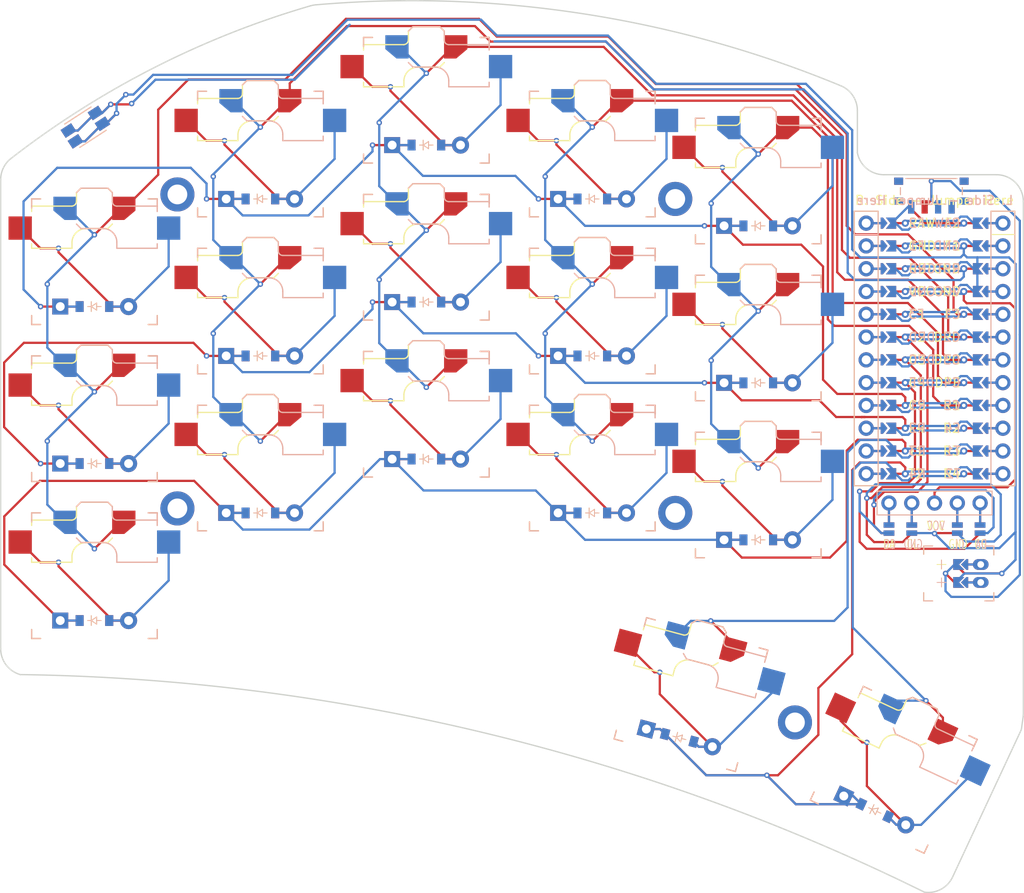
<source format=kicad_pcb>
(kicad_pcb (version 20221018) (generator pcbnew)
  (title_block (title "snak") (rev "0.1") (company "JackMatanky"))
  (layers (0 "F.Cu" signal) (31 "B.Cu" signal) (34 "B.Paste" user) (35 "F.Paste" user) (36 "B.SilkS" user "B.Silkscreen") (37 "F.SilkS" user "F.Silkscreen") (38 "B.Mask" user) (39 "F.Mask" user) (44 "Edge.Cuts" user))
  (net 0 "")
  (net 1 "C1")
  (net 2 "pinky_bot")
  (net 3 "pinky_mid")
  (net 4 "pinky_top")
  (net 5 "C2")
  (net 6 "ring_bot")
  (net 7 "ring_mid")
  (net 8 "ring_top")
  (net 9 "C3")
  (net 10 "middle_bot")
  (net 11 "middle_mid")
  (net 12 "middle_top")
  (net 13 "C4")
  (net 14 "index_bot")
  (net 15 "index_mid")
  (net 16 "index_top")
  (net 17 "C5")
  (net 18 "inner_bot")
  (net 19 "inner_mid")
  (net 20 "inner_top")
  (net 21 "T1")
  (net 22 "out_home")
  (net 23 "T2")
  (net 24 "in_home")
  (net 25 "R3")
  (net 26 "R2")
  (net 27 "R1")
  (net 28 "R4")
  (net 29 "RAW")
  (net 30 "GND")
  (net 31 "RST")
  (net 32 "VCC")
  (net 33 "F4")
  (net 34 "F2")
  (net 35 "F1")
  (net 36 "F3")
  (net 37 "DPD")
  (net 38 "DPC")
  (net 39 "DPE")
  (net 40 "MCU1_24")
  (net 41 "MCU1_1")
  (net 42 "MCU1_23")
  (net 43 "MCU1_2")
  (net 44 "MCU1_22")
  (net 45 "MCU1_3")
  (net 46 "MCU1_21")
  (net 47 "MCU1_4")
  (net 48 "MCU1_20")
  (net 49 "MCU1_5")
  (net 50 "MCU1_19")
  (net 51 "MCU1_6")
  (net 52 "MCU1_18")
  (net 53 "MCU1_7")
  (net 54 "MCU1_17")
  (net 55 "MCU1_8")
  (net 56 "MCU1_16")
  (net 57 "MCU1_9")
  (net 58 "MCU1_15")
  (net 59 "MCU1_10")
  (net 60 "MCU1_14")
  (net 61 "MCU1_11")
  (net 62 "MCU1_13")
  (net 63 "MCU1_12")
  (net 64 "DISP1_1")
  (net 65 "DISP1_2")
  (net 66 "DISP1_4")
  (net 67 "DISP1_5")
  (net 68 "pos")
  (net 69 "JST1_1")
  (net 70 "JST1_2")
  (footprint "VIA-0.6mm" (layer "F.Cu") (at 94.75 85)
    (fp_text reference "REF**" hide)
    (fp_text value "VIA-0.6mm" hide)
  )
  (footprint "ComboDiode" (layer "F.Cu") (at 186.986786 126.166529 -25)
    (fp_text reference "D17" hide)
    (fp_text value "" hide)
  )
  (footprint "VIA-0.6mm" (layer "F.Cu") (at 149.5 58)
    (fp_text reference "REF**" hide)
    (fp_text value "VIA-0.6mm" hide)
  )
  (footprint "ComboDiode" (layer "F.Cu") (at 155.5 58)
    (fp_text reference "D12" hide)
    (fp_text value "" hide)
  )
  (footprint "PG1350" (layer "F.Cu") (at 118.5 70.5)
    (fp_text reference "S5" hide)
    (fp_text value "")
  )
  (footprint "ComboDiode" (layer "F.Cu") (at 174 61)
    (fp_text reference "D15" hide)
    (fp_text value "" hide)
  )
  (footprint "VIA-0.6mm" (layer "F.Cu") (at 100 62)
    (fp_text reference "REF**" hide)
    (fp_text value "VIA-0.6mm" hide)
  )
  (footprint "VIA-0.6mm" (layer "F.Cu") (at 168 61)
    (fp_text reference "REF**" hide)
    (fp_text value "VIA-0.6mm" hide)
  )
  (footprint "ComboDiode" (layer "F.Cu") (at 155.5 75.5)
    (fp_text reference "D11" hide)
    (fp_text value "" hide)
  )
  (footprint "mounting_hole" (layer "F.Cu") (at 164.75 93)
    (fp_text reference "H4" hide)
    (fp_text value "")
  )
  (footprint "PG1350" (layer "F.Cu") (at 137 82)
    (fp_text reference "S7" hide)
    (fp_text value "")
  )
  (footprint "VIA-0.6mm" (layer "F.Cu") (at 174 88)
    (fp_text reference "REF**" hide)
    (fp_text value "VIA-0.6mm" hide)
  )
  (footprint "JST_PH_S2B-PH-K" (layer "F.Cu") (at 198.8 99.75 -90)
    (fp_text reference "JST1" hide)
    (fp_text value "")
  )
  (footprint "PG1350" (layer "F.Cu") (at 137 47)
    (fp_text reference "S9" hide)
    (fp_text value "")
  )
  (footprint "VIA-0.6mm" (layer "F.Cu") (at 151.5 51.5)
    (fp_text reference "REF**" hide)
    (fp_text value "VIA-0.6mm" hide)
  )
  (footprint "ComboDiode" (layer "F.Cu") (at 137 52)
    (fp_text reference "D9" hide)
    (fp_text value "" hide)
  )
  (footprint "VIA-0.6mm" (layer "F.Cu") (at 151.5 86.5)
    (fp_text reference "REF**" hide)
    (fp_text value "VIA-0.6mm" hide)
  )
  (footprint "mounting_hole" (layer "F.Cu") (at 109.25 92.5)
    (fp_text reference "H2" hide)
    (fp_text value "")
  )
  (footprint "VIA-0.6mm" (layer "F.Cu") (at 114.5 86.5)
    (fp_text reference "REF**" hide)
    (fp_text value "VIA-0.6mm" hide)
  )
  (footprint "PG1350" (layer "F.Cu") (at 189.099877 121.63499 -25)
    (fp_text reference "S17" hide)
    (fp_text value "")
  )
  (footprint "VIA-0.6mm" (layer "F.Cu") (at 186.9 92.1)
    (fp_text reference "REF**" hide)
    (fp_text value "VIA-0.6mm" hide)
  )
  (footprint "ComboDiode" (layer "F.Cu") (at 100 87.5)
    (fp_text reference "D2" hide)
    (fp_text value "" hide)
  )
  (footprint "ComboDiode" (layer "F.Cu") (at 155.5 93)
    (fp_text reference "D10" hide)
    (fp_text value "" hide)
  )
  (footprint "VIA-0.6mm" (layer "F.Cu") (at 94 70)
    (fp_text reference "REF**" hide)
    (fp_text value "VIA-0.6mm" hide)
  )
  (footprint "VIA-0.6mm" (layer "F.Cu") (at 151.5 69)
    (fp_text reference "REF**" hide)
    (fp_text value "VIA-0.6mm" hide)
  )
  (footprint "VIA-0.6mm" (layer "F.Cu") (at 102.469075 48.456613 123)
    (fp_text reference "REF**" hide)
    (fp_text value "VIA-0.6mm" hide)
  )
  (footprint "PG1350" (layer "F.Cu") (at 118.5 53)
    (fp_text reference "S6" hide)
    (fp_text value "")
  )
  (footprint "VIA-0.6mm" (layer "F.Cu") (at 114.5 69)
    (fp_text reference "REF**" hide)
    (fp_text value "VIA-0.6mm" hide)
  )
  (footprint "mounting_hole" (layer "F.Cu") (at 178.09111 116.355829 -15)
    (fp_text reference "H5" hide)
    (fp_text value "")
  )
  (footprint "VIA-0.6mm" (layer "F.Cu") (at 113.25 73)
    (fp_text reference "REF**" hide)
    (fp_text value "VIA-0.6mm" hide)
  )
  (footprint "nice!view" (layer "F.Cu") (at 193.65 75.2)
    (fp_text reference "DISP1" hide)
    (fp_text value "")
  )
  (footprint "VIA-0.6mm" (layer "F.Cu") (at 149.5 75.5)
    (fp_text reference "REF**" hide)
    (fp_text value "VIA-0.6mm" hide)
  )
  (footprint "PG1350" (layer "F.Cu") (at 155.5 70.5)
    (fp_text reference "S11" hide)
    (fp_text value "")
  )
  (footprint "mounting_hole" (layer "F.Cu") (at 109.25 57.5)
    (fp_text reference "H1" hide)
    (fp_text value "")
  )
  (footprint "power_switch" (layer "F.Cu") (at 193.3 57.15 90)
    (fp_text reference "SW1" hide)
    (fp_text value "")
  )
  (footprint "PG1350" (layer "F.Cu") (at 166.5 113.25 -15)
    (fp_text reference "S16" hide)
    (fp_text value "")
  )
  (footprint "VIA-0.6mm" (layer "F.Cu") (at 133 45.5)
    (fp_text reference "REF**" hide)
    (fp_text value "VIA-0.6mm" hide)
  )
  (footprint "VIA-0.6mm" (layer "F.Cu") (at 170 54.5)
    (fp_text reference "REF**" hide)
    (fp_text value "VIA-0.6mm" hide)
  )
  (footprint "VIA-0.6mm" (layer "F.Cu") (at 113.25 55.5)
    (fp_text reference "REF**" hide)
    (fp_text value "VIA-0.6mm" hide)
  )
  (footprint "ComboDiode" (layer "F.Cu") (at 137 69.5)
    (fp_text reference "D8" hide)
    (fp_text value "" hide)
  )
  (footprint "VIA-0.6mm" (layer "F.Cu") (at 100 97)
    (fp_text reference "REF**" hide)
    (fp_text value "VIA-0.6mm" hide)
  )
  (footprint "VIA-0.6mm" (layer "F.Cu") (at 168.75 58.5)
    (fp_text reference "REF**" hide)
    (fp_text value "VIA-0.6mm" hide)
  )
  (footprint "VIA-0.6mm" (layer "F.Cu") (at 155.5 85)
    (fp_text reference "REF**" hide)
    (fp_text value "VIA-0.6mm" hide)
  )
  (footprint "VIA-0.6mm" (layer "F.Cu") (at 170 72)
    (fp_text reference "REF**" hide)
    (fp_text value "VIA-0.6mm" hide)
  )
  (footprint "ComboDiode" (layer "F.Cu") (at 165.205905 118.079629 -15)
    (fp_text reference "D16" hide)
    (fp_text value "" hide)
  )
  (footprint "PG1350" (layer "F.Cu") (at 174 73.5)
    (fp_text reference "S14" hide)
    (fp_text value "")
  )
  (footprint "VIA-0.6mm" (layer "F.Cu") (at 131.75 67)
    (fp_text reference "REF**" hide)
    (fp_text value "VIA-0.6mm" hide)
  )
  (footprint "sw_reset_side" (layer "F.Cu") (at 99 50 123)
    (fp_text reference "SW2" hide)
    (fp_text value "")
  )
  (footprint "ComboDiode" (layer "F.Cu") (at 100 70)
    (fp_text reference "D3" hide)
    (fp_text value "" hide)
  )
  (footprint "VIA-0.6mm" (layer "F.Cu") (at 94.75 67.5)
    (fp_text reference "REF**" hide)
    (fp_text value "VIA-0.6mm" hide)
  )
  (footprint "PG1350" (layer "F.Cu") (at 155.5 88)
    (fp_text reference "S10" hide)
    (fp_text value "")
  )
  (footprint "PG1350" (layer "F.Cu") (at 174 56)
    (fp_text reference "S15" hide)
    (fp_text value "")
  )
  (footprint "PG1350" (layer "F.Cu") (at 100 82.5)
    (fp_text reference "S2" hide)
    (fp_text value "")
  )
  (footprint "VIA-0.6mm" (layer "F.Cu") (at 133 63)
    (fp_text reference "REF**" hide)
    (fp_text value "VIA-0.6mm" hide)
  )
  (footprint "PG1350" (layer "F.Cu") (at 174 91)
    (fp_text reference "S13" hide)
    (fp_text value "")
  )
  (footprint "VIA-0.6mm" (layer "F.Cu") (at 101.820954 47.458595 123)
    (fp_text reference "REF**" hide)
    (fp_text value "VIA-0.6mm" hide)
  )
  (footprint "VIA-0.6mm" (layer "F.Cu") (at 96 98.5)
    (fp_text reference "REF**" hide)
    (fp_text value "VIA-0.6mm" hide)
  )
  (footprint "VIA-0.6mm" (layer "F.Cu") (at 131 69.5)
    (fp_text reference "REF**" hide)
    (fp_text value "VIA-0.6mm" hide)
  )
  (footprint "VIA-0.6mm" (layer "F.Cu") (at 114.5 51.5)
    (fp_text reference "REF**" hide)
    (fp_text value "VIA-0.6mm" hide)
  )
  (footprint "VIA-0.6mm" (layer "F.Cu") (at 112.5 58)
    (fp_text reference "REF**" hide)
    (fp_text value "VIA-0.6mm" hide)
  )
  (footprint "VIA-0.6mm" (layer "F.Cu") (at 96 81)
    (fp_text reference "REF**" hide)
    (fp_text value "VIA-0.6mm" hide)
  )
  (footprint "nice_nano" (layer "F.Cu") (at 193.65 73.4)
    (fp_text reference "MCU1" hide)
    (fp_text value "")
  )
  (footprint "VIA-0.6mm" (layer "F.Cu") (at 118.5 67.5)
    (fp_text reference "REF**" hide)
    (fp_text value "VIA-0.6mm" hide)
  )
  (footprint "VIA-0.6mm" (layer "F.Cu") (at 112.5 75.5)
    (fp_text reference "REF**" hide)
    (fp_text value "VIA-0.6mm" hide)
  )
  (footprint "VIA-0.6mm" (layer "F.Cu") (at 186.1 91.35)
    (fp_text reference "REF**" hide)
    (fp_text value "VIA-0.6mm" hide)
  )
  (footprint "ComboDiode" (layer "F.Cu") (at 118.5 93)
    (fp_text reference "D4" hide)
    (fp_text value "" hide)
  )
  (footprint "ComboDiode" (layer "F.Cu") (at 174 96)
    (fp_text reference "D13" hide)
    (fp_text value "" hide)
  )
  (footprint "VIA-0.6mm" (layer "F.Cu") (at 186.108573 118.585056 -25)
    (fp_text reference "REF**" hide)
    (fp_text value "VIA-0.6mm" hide)
  )
  (footprint "PG1350" (layer "F.Cu") (at 118.5 88)
    (fp_text reference "S4" hide)
    (fp_text value "")
  )
  (footprint "VIA-0.6mm" (layer "F.Cu") (at 104.146416 47.367335 123)
    (fp_text reference "REF**" hide)
    (fp_text value "VIA-0.6mm" hide)
  )
  (footprint "VIA-0.6mm" (layer "F.Cu") (at 137 79)
    (fp_text reference "REF**" hide)
    (fp_text value "VIA-0.6mm" hide)
  )
  (footprint "VIA-0.6mm" (layer "F.Cu") (at 118.5 85)
    (fp_text reference "REF**" hide)
    (fp_text value "VIA-0.6mm" hide)
  )
  (footprint "VIA-0.6mm" (layer "F.Cu") (at 168 78.5)
    (fp_text reference "REF**" hide)
    (fp_text value "VIA-0.6mm" hide)
  )
  (footprint "VIA-0.6mm" (layer "F.Cu") (at 193.3 56.0125 90)
    (fp_text reference "REF**" hide)
    (fp_text value "VIA-0.6mm" hide)
  )
  (footprint "VIA-0.6mm" (layer "F.Cu") (at 201.15 99.75 -90)
    (fp_text reference "REF**" hide)
    (fp_text value "VIA-0.6mm" hide)
  )
  (footprint "ComboDiode" (layer "F.Cu") (at 137 87)
    (fp_text reference "D7" hide)
    (fp_text value "" hide)
  )
  (footprint "VIA-0.6mm" (layer "F.Cu") (at 193.65 95.3)
    (fp_text reference "REF**" hide)
    (fp_text value "VIA-0.6mm" hide)
  )
  (footprint "ComboDiode" (layer "F.Cu") (at 118.5 58)
    (fp_text reference "D6" hide)
    (fp_text value "" hide)
  )
  (footprint "VIA-0.6mm" (layer "F.Cu") (at 96 63.5)
    (fp_text reference "REF**" hide)
    (fp_text value "VIA-0.6mm" hide)
  )
  (footprint "VIA-0.6mm" (layer "F.Cu") (at 131 52)
    (fp_text reference "REF**" hide)
    (fp_text value "VIA-0.6mm" hide)
  )
  (footprint "VIA-0.6mm" (layer "F.Cu") (at 168.75 76)
    (fp_text reference "REF**" hide)
    (fp_text value "VIA-0.6mm" hide)
  )
  (footprint "VIA-0.6mm" (layer "F.Cu") (at 100 79.5)
    (fp_text reference "REF**" hide)
    (fp_text value "VIA-0.6mm" hide)
  )
  (footprint "ComboDiode" (layer "F.Cu") (at 174 78.5)
    (fp_text reference "D14" hide)
    (fp_text value "" hide)
  )
  (footprint "PG1350" (layer "F.Cu") (at 100 65)
    (fp_text reference "S3" hide)
    (fp_text value "")
  )
  (footprint "VIA-0.6mm" (layer "F.Cu") (at 192.692132 113.931374 -25)
    (fp_text reference "REF**" hide)
    (fp_text value "VIA-0.6mm" hide)
  )
  (footprint "VIA-0.6mm" (layer "F.Cu") (at 155.5 50)
    (fp_text reference "REF**" hide)
    (fp_text value "VIA-0.6mm" hide)
  )
  (footprint "VIA-0.6mm" (layer "F.Cu") (at 170 89.5)
    (fp_text reference "REF**" hide)
    (fp_text value "VIA-0.6mm" hide)
  )
  (footprint "VIA-0.6mm" (layer "F.Cu") (at 185.3 90.6)
    (fp_text reference "REF**" hide)
    (fp_text value "VIA-0.6mm" hide)
  )
  (footprint "VIA-0.6mm" (layer "F.Cu") (at 174.959897 122.246118 -15)
    (fp_text reference "REF**" hide)
    (fp_text value "VIA-0.6mm" hide)
  )
  (footprint "VIA-0.6mm" (layer "F.Cu") (at 103.498296 46.369317 123)
    (fp_text reference "REF**" hide)
    (fp_text value "VIA-0.6mm" hide)
  )
  (footprint "VIA-0.6mm" (layer "F.Cu") (at 174 53)
    (fp_text reference "REF**" hide)
    (fp_text value "VIA-0.6mm" hide)
  )
  (footprint "VIA-0.6mm" (layer "F.Cu") (at 94 87.5)
    (fp_text reference "REF**" hide)
    (fp_text value "VIA-0.6mm" hide)
  )
  (footprint "VIA-0.6mm" (layer "F.Cu") (at 174 70.5)
    (fp_text reference "REF**" hide)
    (fp_text value "VIA-0.6mm" hide)
  )
  (footprint "VIA-0.6mm" (layer "F.Cu") (at 131.75 49.5)
    (fp_text reference "REF**" hide)
    (fp_text value "VIA-0.6mm" hide)
  )
  (footprint "VIA-0.6mm" (layer "F.Cu") (at 137 44)
    (fp_text reference "REF**" hide)
    (fp_text value "VIA-0.6mm" hide)
  )
  (footprint "VIA-0.6mm" (layer "F.Cu") (at 150.25 55.5)
    (fp_text reference "REF**" hide)
    (fp_text value "VIA-0.6mm" hide)
  )
  (footprint "VIA-0.6mm" (layer "F.Cu") (at 150.25 73)
    (fp_text reference "REF**" hide)
    (fp_text value "VIA-0.6mm" hide)
  )
  (footprint "VIA-0.6mm" (layer "F.Cu") (at 118.5 50)
    (fp_text reference "REF**" hide)
    (fp_text value "VIA-0.6mm" hide)
  )
  (footprint "VIA-0.6mm" (layer "F.Cu") (at 133 80.5)
    (fp_text reference "REF**" hide)
    (fp_text value "VIA-0.6mm" hide)
  )
  (footprint "PG1350" (layer "F.Cu") (at 100 100)
    (fp_text reference "S1" hide)
    (fp_text value "")
  )
  (footprint "PG1350" (layer "F.Cu") (at 155.5 53)
    (fp_text reference "S12" hide)
    (fp_text value "")
  )
  (footprint "VIA-0.6mm" (layer "F.Cu") (at 155.5 67.5)
    (fp_text reference "REF**" hide)
    (fp_text value "VIA-0.6mm" hide)
  )
  (footprint "VIA-0.6mm" (layer "F.Cu") (at 137 61.5)
    (fp_text reference "REF**" hide)
    (fp_text value "VIA-0.6mm" hide)
  )
  (footprint "PG1350" (layer "F.Cu") (at 137 64.5)
    (fp_text reference "S8" hide)
    (fp_text value "")
  )
  (footprint "VIA-0.6mm" (layer "F.Cu") (at 168.699962 105.039631 -15)
    (fp_text reference "REF**" hide)
    (fp_text value "VIA-0.6mm" hide)
  )
  (footprint "VIA-0.6mm" (layer "F.Cu") (at 163.024525 110.765835 -15)
    (fp_text reference "REF**" hide)
    (fp_text value "VIA-0.6mm" hide)
  )
  (footprint "ComboDiode" (layer "F.Cu") (at 100 105)
    (fp_text reference "D1" hide)
    (fp_text value "" hide)
  )
  (footprint "mounting_hole" (layer "F.Cu") (at 164.75 58)
    (fp_text reference "H3" hide)
    (fp_text value "")
  )
  (footprint "VIA-0.6mm" (layer "F.Cu") (at 194.875 99.75 -90)
    (fp_text reference "REF**" hide)
    (fp_text value "VIA-0.6mm" hide)
  )
  (footprint "ComboDiode" (layer "F.Cu") (at 118.5 75.5)
    (fp_text reference "D5" hide)
    (fp_text value "" hide)
  )
  (gr_line (start 203.55 58.3) (end 203.55 115.55) (stroke (width 0.15)) (layer "Edge.Cuts"))
  (gr_line (start 203.55 115.55) (end 203.329255 117.148209) (stroke (width 0.15)) (layer "Edge.Cuts"))
  (gr_arc (start 91.729528 111.022192) (mid 143.483319 117.522792) (end 192.528304 135.279541) (stroke (width 0.15)) (layer "Edge.Cuts"))
  (gr_arc (start 200.55 55.3) (mid 202.67132 56.17868) (end 203.55 58.3) (stroke (width 0.15)) (layer "Edge.Cuts"))
  (gr_arc (start 124.094477 36.472495) (mid 124.381214 36.404248) (end 124.673265 36.364467) (stroke (width 0.15)) (layer "Edge.Cuts"))
  (gr_arc (start 124.673264 36.364467) (mid 154.476426 37.3582) (end 183.196172 45.382674) (stroke (width 0.15)) (layer "Edge.Cuts"))
  (gr_line (start 203.329255 117.148209) (end 195.668338 133.577098) (stroke (width 0.15)) (layer "Edge.Cuts"))
  (gr_arc (start 90.711341 53.482912) (mid 106.599129 43.400276) (end 124.094477 36.472495) (stroke (width 0.15)) (layer "Edge.Cuts"))
  (gr_arc (start 89.55 55.853425) (mid 89.855934 54.533573) (end 90.71134 53.482912) (stroke (width 0.15)) (layer "Edge.Cuts"))
  (gr_arc (start 188 55.3) (mid 186.081186 54.606112) (end 185.05 52.845436) (stroke (width 0.15)) (layer "Edge.Cuts"))
  (gr_line (start 89.55 108.136568) (end 89.55 55.853425) (stroke (width 0.15)) (layer "Edge.Cuts"))
  (gr_arc (start 91.729527 111.022192) (mid 90.15611 109.944686) (end 89.55 108.136568) (stroke (width 0.15)) (layer "Edge.Cuts"))
  (gr_line (start 188 55.3) (end 200.55 55.3) (stroke (width 0.15)) (layer "Edge.Cuts"))
  (gr_line (start 185.05 52.845436) (end 185.05 48.15509) (stroke (width 0.15)) (layer "Edge.Cuts"))
  (gr_arc (start 195.668337 133.577097) (mid 194.379297 134.946558) (end 192.528304 135.27954) (stroke (width 0.15)) (layer "Edge.Cuts"))
  (gr_arc (start 183.196172 45.382674) (mid 184.543844 46.487534) (end 185.05 48.15509) (stroke (width 0.15)) (layer "Edge.Cuts"))
  (segment (start 195.77 70.45) (end 195.77 67.01) (width 0.25) (layer "F.Cu") (net 1))
  (segment (start 190.71 61.95) (end 184.81 61.95) (width 0.25) (layer "F.Cu") (net 1))
  (segment (start 103.275 59.05) (end 102.95 59.05) (width 0.25) (layer "F.Cu") (net 1))
  (segment (start 195.77 67.01) (end 190.71 61.95) (width 0.25) (layer "F.Cu") (net 1))
  (segment (start 196.912 70.86) (end 196.18 70.86) (width 0.25) (layer "F.Cu") (net 1))
  (segment (start 103.275 76.55) (end 102.95 76.55) (width 0.25) (layer "F.Cu") (net 1))
  (segment (start 183.86 50.75) (end 183.86 61) (width 0.25) (layer "F.Cu") (net 1))
  (segment (start 102.95 94.05) (end 100 97) (width 0.25) (layer "F.Cu") (net 1))
  (segment (start 178.3 45.19) (end 183.86 50.75) (width 0.25) (layer "F.Cu") (net 1))
  (segment (start 102.95 59.05) (end 100 62) (width 0.25) (layer "F.Cu") (net 1))
  (segment (start 157.29 39.9) (end 162.58 45.19) (width 0.25) (layer "F.Cu") (net 1))
  (segment (start 102.95 76.55) (end 100 79.5) (width 0.25) (layer "F.Cu") (net 1))
  (segment (start 107.11 55.3) (end 107.11 48.05) (width 0.25) (layer "F.Cu") (net 1))
  (segment (start 144.85 39.9) (end 157.29 39.9) (width 0.25) (layer "F.Cu") (net 1))
  (segment (start 103.275 59.05) (end 103.36 59.05) (width 0.25) (layer "F.Cu") (net 1))
  (segment (start 142.88 37.93) (end 144.85 39.9) (width 0.25) (layer "F.Cu") (net 1))
  (segment (start 103.275 94.05) (end 102.95 94.05) (width 0.25) (layer "F.Cu") (net 1))
  (segment (start 183.86 61) (end 184.81 61.95) (width 0.25) (layer "F.Cu") (net 1))
  (segment (start 110.48 44.68) (end 121.28 44.68) (width 0.25) (layer "F.Cu") (net 1))
  (segment (start 196.18 70.86) (end 195.77 70.45) (width 0.25) (layer "F.Cu") (net 1))
  (segment (start 121.28 44.68) (end 128.03 37.93) (width 0.25) (layer "F.Cu") (net 1))
  (segment (start 128.03 37.93) (end 142.88 37.93) (width 0.25) (layer "F.Cu") (net 1))
  (segment (start 198.43 70.86) (end 196.91 70.86) (width 0.25) (layer "F.Cu") (net 1))
  (segment (start 107.11 48.05) (end 110.48 44.68) (width 0.25) (layer "F.Cu") (net 1))
  (segment (start 162.58 45.19) (end 178.3 45.19) (width 0.25) (layer "F.Cu") (net 1))
  (segment (start 103.36 59.05) (end 107.11 55.3) (width 0.25) (layer "F.Cu") (net 1))
  (segment (start 94.75 84.75) (end 100 79.5) (width 0.25) (layer "B.Cu") (net 1))
  (segment (start 190.04 71.59) (end 190.74 71.59) (width 0.25) (layer "B.Cu") (net 1))
  (segment (start 97.05 59.05) (end 100 62) (width 0.25) (layer "B.Cu") (net 1))
  (segment (start 196.66 71.11) (end 196.91 70.86) (width 0.25) (layer "B.Cu") (net 1))
  (segment (start 188.88 70.86) (end 189.31 70.86) (width 0.25) (layer "B.Cu") (net 1))
  (segment (start 191.11 71.21) (end 191.11 71.2) (width 0.25) (layer "B.Cu") (net 1))
  (segment (start 94.75 85) (end 94.75 84.75) (width 0.25) (layer "B.Cu") (net 1))
  (segment (start 96.725 59.05) (end 97.05 59.05) (width 0.25) (layer "B.Cu") (net 1))
  (segment (start 190.74 71.59) (end 191.11 71.21) (width 0.25) (layer "B.Cu") (net 1))
  (segment (start 94.75 67.5) (end 94.75 67.25) (width 0.25) (layer "B.Cu") (net 1))
  (segment (start 96.725 76.55) (end 97.05 76.55) (width 0.25) (layer "B.Cu") (net 1))
  (segment (start 94.75 67.25) (end 100 62) (width 0.25) (layer "B.Cu") (net 1))
  (segment (start 97.05 76.55) (end 100 79.5) (width 0.25) (layer "B.Cu") (net 1))
  (segment (start 96.725 94.05) (end 94.75 92.075) (width 0.25) (layer "B.Cu") (net 1))
  (segment (start 191.2 71.11) (end 196.66 71.11) (width 0.25) (layer "B.Cu") (net 1))
  (segment (start 191.11 71.2) (end 191.2 71.11) (width 0.25) (layer "B.Cu") (net 1))
  (segment (start 96.725 76.55) (end 94.75 74.575) (width 0.25) (layer "B.Cu") (net 1))
  (segment (start 97.05 94.05) (end 100 97) (width 0.25) (layer "B.Cu") (net 1))
  (segment (start 94.75 92.075) (end 94.75 85) (width 0.25) (layer "B.Cu") (net 1))
  (segment (start 96.725 94.05) (end 97.05 94.05) (width 0.25) (layer "B.Cu") (net 1))
  (segment (start 189.31 70.86) (end 190.04 71.59) (width 0.25) (layer "B.Cu") (net 1))
  (segment (start 94.75 74.575) (end 94.75 67.5) (width 0.25) (layer "B.Cu") (net 1))
  (segment (start 91.725 96.25) (end 93.975 98.5) (width 0.25) (layer "F.Cu") (net 2))
  (segment (start 96 98.5) (end 96 98.954999) (width 0.25) (layer "F.Cu") (net 2))
  (segment (start 93.975 98.5) (end 96 98.5) (width 0.25) (layer "F.Cu") (net 2))
  (segment (start 96 98.954999) (end 102.045001 105) (width 0.25) (layer "F.Cu") (net 2))
  (segment (start 103.81 105) (end 101.65 105) (width 0.25) (layer "F.Cu") (net 2))
  (segment (start 102.045001 105) (end 103.81 105) (width 0.25) (layer "F.Cu") (net 2))
  (segment (start 108.275 100.535) (end 103.81 105) (width 0.25) (layer "B.Cu") (net 2))
  (segment (start 103.81 105) (end 101.65 105) (width 0.25) (layer "B.Cu") (net 2))
  (segment (start 108.275 96.25) (end 108.275 100.535) (width 0.25) (layer "B.Cu") (net 2))
  (segment (start 93.975 81) (end 96 81) (width 0.25) (layer "F.Cu") (net 3))
  (segment (start 102.045001 87.5) (end 103.81 87.5) (width 0.25) (layer "F.Cu") (net 3))
  (segment (start 91.725 78.75) (end 93.975 81) (width 0.25) (layer "F.Cu") (net 3))
  (segment (start 103.81 87.5) (end 101.65 87.5) (width 0.25) (layer "F.Cu") (net 3))
  (segment (start 96 81) (end 96 81.454999) (width 0.25) (layer "F.Cu") (net 3))
  (segment (start 96 81.454999) (end 102.045001 87.5) (width 0.25) (layer "F.Cu") (net 3))
  (segment (start 108.275 78.75) (end 108.275 83.035) (width 0.25) (layer "B.Cu") (net 3))
  (segment (start 108.275 83.035) (end 103.81 87.5) (width 0.25) (layer "B.Cu") (net 3))
  (segment (start 103.81 87.5) (end 101.65 87.5) (width 0.25) (layer "B.Cu") (net 3))
  (segment (start 91.725 61.25) (end 93.975 63.5) (width 0.25) (layer "F.Cu") (net 4))
  (segment (start 103.81 70) (end 101.65 70) (width 0.25) (layer "F.Cu") (net 4))
  (segment (start 96 63.5) (end 96 63.954999) (width 0.25) (layer "F.Cu") (net 4))
  (segment (start 102.045001 70) (end 103.81 70) (width 0.25) (layer "F.Cu") (net 4))
  (segment (start 96 63.954999) (end 102.045001 70) (width 0.25) (layer "F.Cu") (net 4))
  (segment (start 93.975 63.5) (end 96 63.5) (width 0.25) (layer "F.Cu") (net 4))
  (segment (start 103.81 70) (end 101.65 70) (width 0.25) (layer "B.Cu") (net 4))
  (segment (start 108.275 61.25) (end 108.275 65.535) (width 0.25) (layer "B.Cu") (net 4))
  (segment (start 108.275 65.535) (end 103.81 70) (width 0.25) (layer "B.Cu") (net 4))
  (segment (start 157.03 40.46) (end 144.15 40.46) (width 0.25) (layer "F.Cu") (net 5))
  (segment (start 184.2 64.56) (end 183.33 63.69) (width 0.25) (layer "F.Cu") (net 5))
  (segment (start 195.17 68.87) (end 190.86 64.56) (width 0.25) (layer "F.Cu") (net 5))
  (segment (start 196.912 73.4) (end 195.67 73.4) (width 0.25) (layer "F.Cu") (net 5))
  (segment (start 142.42 38.73) (end 128.16 38.73) (width 0.25) (layer "F.Cu") (net 5))
  (segment (start 121.775 47.05) (end 121.45 47.05) (width 0.25) (layer "F.Cu") (net 5))
  (segment (start 144.15 40.46) (end 142.42 38.73) (width 0.25) (layer "F.Cu") (net 5))
  (segment (start 121.775 82.05) (end 121.45 82.05) (width 0.25) (layer "F.Cu") (net 5))
  (segment (start 128.16 38.73) (end 128.09 38.8) (width 0.25) (layer "F.Cu") (net 5))
  (segment (start 121.775 64.55) (end 121.45 64.55) (width 0.25) (layer "F.Cu") (net 5))
  (segment (start 195.17 72.9) (end 195.17 68.87) (width 0.25) (layer "F.Cu") (net 5))
  (segment (start 162.37 45.8) (end 157.03 40.46) (width 0.25) (layer "F.Cu") (net 5))
  (segment (start 178.17 45.8) (end 162.37 45.8) (width 0.25) (layer "F.Cu") (net 5))
  (segment (start 121.45 82.05) (end 118.5 85) (width 0.25) (layer "F.Cu") (net 5))
  (segment (start 198.43 73.4) (end 196.91 73.4) (width 0.25) (layer "F.Cu") (net 5))
  (segment (start 183.33 63.69) (end 183.33 50.96) (width 0.25) (layer "F.Cu") (net 5))
  (segment (start 121.775 47.05) (end 121.775 45.115) (width 0.25) (layer "F.Cu") (net 5))
  (segment (start 195.67 73.4) (end 195.17 72.9) (width 0.25) (layer "F.Cu") (net 5))
  (segment (start 121.775 45.115) (end 128.09 38.8) (width 0.25) (layer "F.Cu") (net 5))
  (segment (start 183.33 50.96) (end 178.17 45.8) (width 0.25) (layer "F.Cu") (net 5))
  (segment (start 121.45 64.55) (end 118.5 67.5) (width 0.25) (layer "F.Cu") (net 5))
  (segment (start 190.86 64.56) (end 184.2 64.56) (width 0.25) (layer "F.Cu") (net 5))
  (segment (start 121.45 47.05) (end 118.5 50) (width 0.25) (layer "F.Cu") (net 5))
  (segment (start 115.225 47.05) (end 115.55 47.05) (width 0.25) (layer "B.Cu") (net 5))
  (segment (start 191.11 73.74) (end 191.2 73.65) (width 0.25) (layer "B.Cu") (net 5))
  (segment (start 115.225 64.55) (end 115.55 64.55) (width 0.25) (layer "B.Cu") (net 5))
  (segment (start 190.74 74.13) (end 191.11 73.75) (width 0.25) (layer "B.Cu") (net 5))
  (segment (start 115.225 82.05) (end 115.55 82.05) (width 0.25) (layer "B.Cu") (net 5))
  (segment (start 113.25 72.75) (end 118.5 67.5) (width 0.25) (layer "B.Cu") (net 5))
  (segment (start 115.55 47.05) (end 118.5 50) (width 0.25) (layer "B.Cu") (net 5))
  (segment (start 113.25 80.075) (end 113.25 73) (width 0.25) (layer "B.Cu") (net 5))
  (segment (start 113.25 55.5) (end 113.25 55.25) (width 0.25) (layer "B.Cu") (net 5))
  (segment (start 113.25 55.25) (end 118.5 50) (width 0.25) (layer "B.Cu") (net 5))
  (segment (start 190.04 74.13) (end 190.74 74.13) (width 0.25) (layer "B.Cu") (net 5))
  (segment (start 115.225 64.55) (end 113.25 62.575) (width 0.25) (layer "B.Cu") (net 5))
  (segment (start 189.31 73.4) (end 190.04 74.13) (width 0.25) (layer "B.Cu") (net 5))
  (segment (start 191.2 73.65) (end 196.66 73.65) (width 0.25) (layer "B.Cu") (net 5))
  (segment (start 115.55 64.55) (end 118.5 67.5) (width 0.25) (layer "B.Cu") (net 5))
  (segment (start 113.25 73) (end 113.25 72.75) (width 0.25) (layer "B.Cu") (net 5))
  (segment (start 115.55 82.05) (end 118.5 85) (width 0.25) (layer "B.Cu") (net 5))
  (segment (start 196.66 73.65) (end 196.91 73.4) (width 0.25) (layer "B.Cu") (net 5))
  (segment (start 115.225 82.05) (end 113.25 80.075) (width 0.25) (layer "B.Cu") (net 5))
  (segment (start 191.11 73.75) (end 191.11 73.74) (width 0.25) (layer "B.Cu") (net 5))
  (segment (start 113.25 62.575) (end 113.25 55.5) (width 0.25) (layer "B.Cu") (net 5))
  (segment (start 188.88 73.4) (end 189.31 73.4) (width 0.25) (layer "B.Cu") (net 5))
  (segment (start 112.475 86.5) (end 114.5 86.5) (width 0.25) (layer "F.Cu") (net 6))
  (segment (start 114.5 86.954999) (end 120.545001 93) (width 0.25) (layer "F.Cu") (net 6))
  (segment (start 120.545001 93) (end 122.31 93) (width 0.25) (layer "F.Cu") (net 6))
  (segment (start 110.225 84.25) (end 112.475 86.5) (width 0.25) (layer "F.Cu") (net 6))
  (segment (start 114.5 86.5) (end 114.5 86.954999) (width 0.25) (layer "F.Cu") (net 6))
  (segment (start 122.31 93) (end 120.15 93) (width 0.25) (layer "F.Cu") (net 6))
  (segment (start 122.31 93) (end 120.15 93) (width 0.25) (layer "B.Cu") (net 6))
  (segment (start 126.775 84.25) (end 126.775 88.535) (width 0.25) (layer "B.Cu") (net 6))
  (segment (start 126.775 88.535) (end 122.31 93) (width 0.25) (layer "B.Cu") (net 6))
  (segment (start 114.5 69.454999) (end 120.545001 75.5) (width 0.25) (layer "F.Cu") (net 7))
  (segment (start 122.31 75.5) (end 120.15 75.5) (width 0.25) (layer "F.Cu") (net 7))
  (segment (start 110.225 66.75) (end 112.475 69) (width 0.25) (layer "F.Cu") (net 7))
  (segment (start 114.5 69) (end 114.5 69.454999) (width 0.25) (layer "F.Cu") (net 7))
  (segment (start 112.475 69) (end 114.5 69) (width 0.25) (layer "F.Cu") (net 7))
  (segment (start 120.545001 75.5) (end 122.31 75.5) (width 0.25) (layer "F.Cu") (net 7))
  (segment (start 122.31 75.5) (end 120.15 75.5) (width 0.25) (layer "B.Cu") (net 7))
  (segment (start 126.775 71.035) (end 122.31 75.5) (width 0.25) (layer "B.Cu") (net 7))
  (segment (start 126.775 66.75) (end 126.775 71.035) (width 0.25) (layer "B.Cu") (net 7))
  (segment (start 110.225 49.25) (end 112.475 51.5) (width 0.25) (layer "F.Cu") (net 8))
  (segment (start 120.545001 58) (end 122.31 58) (width 0.25) (layer "F.Cu") (net 8))
  (segment (start 112.475 51.5) (end 114.5 51.5) (width 0.25) (layer "F.Cu") (net 8))
  (segment (start 114.5 51.954999) (end 120.545001 58) (width 0.25) (layer "F.Cu") (net 8))
  (segment (start 122.31 58) (end 120.15 58) (width 0.25) (layer "F.Cu") (net 8))
  (segment (start 114.5 51.5) (end 114.5 51.954999) (width 0.25) (layer "F.Cu") (net 8))
  (segment (start 126.775 49.25) (end 126.775 53.535) (width 0.25) (layer "B.Cu") (net 8))
  (segment (start 126.775 53.535) (end 122.31 58) (width 0.25) (layer "B.Cu") (net 8))
  (segment (start 122.31 58) (end 120.15 58) (width 0.25) (layer "B.Cu") (net 8))
  (segment (start 182.8 66.17) (end 183.64 67.01) (width 0.25) (layer "F.Cu") (net 9))
  (segment (start 182.8 51.33) (end 182.8 66.17) (width 0.25) (layer "F.Cu") (net 9))
  (segment (start 177.92 46.45) (end 182.8 51.33) (width 0.25) (layer "F.Cu") (net 9))
  (segment (start 139.95 58.55) (end 137 61.5) (width 0.25) (layer "F.Cu") (net 9))
  (segment (start 140.275 58.55) (end 139.95 58.55) (width 0.25) (layer "F.Cu") (net 9))
  (segment (start 198.43 75.94) (end 196.91 75.94) (width 0.25) (layer "F.Cu") (net 9))
  (segment (start 140.275 76.05) (end 139.95 76.05) (width 0.25) (layer "F.Cu") (net 9))
  (segment (start 196.912 75.94) (end 195.27 75.94) (width 0.25) (layer "F.Cu") (net 9))
  (segment (start 139.95 76.05) (end 137 79) (width 0.25) (layer "F.Cu") (net 9))
  (segment (start 162.17 46.45) (end 177.92 46.45) (width 0.25) (layer "F.Cu") (net 9))
  (segment (start 195.27 75.94) (end 194.59 75.26) (width 0.25) (layer "F.Cu") (net 9))
  (segment (start 156.77 41.05) (end 162.17 46.45) (width 0.25) (layer "F.Cu") (net 9))
  (segment (start 140.275 41.05) (end 139.95 41.05) (width 0.25) (layer "F.Cu") (net 9))
  (segment (start 190.71 67.01) (end 183.64 67.01) (width 0.25) (layer "F.Cu") (net 9))
  (segment (start 140.275 41.05) (end 156.77 41.05) (width 0.25) (layer "F.Cu") (net 9))
  (segment (start 194.59 75.26) (end 194.59 70.89) (width 0.25) (layer "F.Cu") (net 9))
  (segment (start 139.95 41.05) (end 137 44) (width 0.25) (layer "F.Cu") (net 9))
  (segment (start 194.59 70.89) (end 190.71 67.01) (width 0.25) (layer "F.Cu") (net 9))
  (segment (start 131.75 56.575) (end 131.75 49.5) (width 0.25) (layer "B.Cu") (net 9))
  (segment (start 134.05 58.55) (end 137 61.5) (width 0.25) (layer "B.Cu") (net 9))
  (segment (start 131.75 74.075) (end 131.75 67) (width 0.25) (layer "B.Cu") (net 9))
  (segment (start 131.75 66.75) (end 137 61.5) (width 0.25) (layer "B.Cu") (net 9))
  (segment (start 131.75 49.25) (end 137 44) (width 0.25) (layer "B.Cu") (net 9))
  (segment (start 191.11 76.28) (end 191.2 76.19) (width 0.25) (layer "B.Cu") (net 9))
  (segment (start 190.74 76.67) (end 191.11 76.29) (width 0.25) (layer "B.Cu") (net 9))
  (segment (start 134.05 41.05) (end 137 44) (width 0.25) (layer "B.Cu") (net 9))
  (segment (start 190.04 76.67) (end 190.74 76.67) (width 0.25) (layer "B.Cu") (net 9))
  (segment (start 188.88 75.94) (end 189.31 75.94) (width 0.25) (layer "B.Cu") (net 9))
  (segment (start 133.725 76.05) (end 131.75 74.075) (width 0.25) (layer "B.Cu") (net 9))
  (segment (start 131.75 49.5) (end 131.75 49.25) (width 0.25) (layer "B.Cu") (net 9))
  (segment (start 131.75 67) (end 131.75 66.75) (width 0.25) (layer "B.Cu") (net 9))
  (segment (start 191.11 76.29) (end 191.11 76.28) (width 0.25) (layer "B.Cu") (net 9))
  (segment (start 133.725 76.05) (end 134.05 76.05) (width 0.25) (layer "B.Cu") (net 9))
  (segment (start 133.725 58.55) (end 134.05 58.55) (width 0.25) (layer "B.Cu") (net 9))
  (segment (start 133.725 58.55) (end 131.75 56.575) (width 0.25) (layer "B.Cu") (net 9))
  (segment (start 191.2 76.19) (end 196.66 76.19) (width 0.25) (layer "B.Cu") (net 9))
  (segment (start 133.725 41.05) (end 134.05 41.05) (width 0.25) (layer "B.Cu") (net 9))
  (segment (start 196.66 76.19) (end 196.91 75.94) (width 0.25) (layer "B.Cu") (net 9))
  (segment (start 189.31 75.94) (end 190.04 76.67) (width 0.25) (layer "B.Cu") (net 9))
  (segment (start 134.05 76.05) (end 137 79) (width 0.25) (layer "B.Cu") (net 9))
  (segment (start 133 80.954999) (end 139.045001 87) (width 0.25) (layer "F.Cu") (net 10))
  (segment (start 128.725 78.25) (end 130.975 80.5) (width 0.25) (layer "F.Cu") (net 10))
  (segment (start 133 80.5) (end 133 80.954999) (width 0.25) (layer "F.Cu") (net 10))
  (segment (start 130.975 80.5) (end 133 80.5) (width 0.25) (layer "F.Cu") (net 10))
  (segment (start 140.81 87) (end 138.65 87) (width 0.25) (layer "F.Cu") (net 10))
  (segment (start 139.045001 87) (end 140.81 87) (width 0.25) (layer "F.Cu") (net 10))
  (segment (start 140.81 87) (end 138.65 87) (width 0.25) (layer "B.Cu") (net 10))
  (segment (start 145.275 78.25) (end 145.275 82.535) (width 0.25) (layer "B.Cu") (net 10))
  (segment (start 145.275 82.535) (end 140.81 87) (width 0.25) (layer "B.Cu") (net 10))
  (segment (start 133 63.454999) (end 139.045001 69.5) (width 0.25) (layer "F.Cu") (net 11))
  (segment (start 139.045001 69.5) (end 140.81 69.5) (width 0.25) (layer "F.Cu") (net 11))
  (segment (start 128.725 60.75) (end 130.975 63) (width 0.25) (layer "F.Cu") (net 11))
  (segment (start 130.975 63) (end 133 63) (width 0.25) (layer "F.Cu") (net 11))
  (segment (start 133 63) (end 133 63.454999) (width 0.25) (layer "F.Cu") (net 11))
  (segment (start 140.81 69.5) (end 138.65 69.5) (width 0.25) (layer "F.Cu") (net 11))
  (segment (start 145.275 65.035) (end 140.81 69.5) (width 0.25) (layer "B.Cu") (net 11))
  (segment (start 140.81 69.5) (end 138.65 69.5) (width 0.25) (layer "B.Cu") (net 11))
  (segment (start 145.275 60.75) (end 145.275 65.035) (width 0.25) (layer "B.Cu") (net 11))
  (segment (start 133 45.5) (end 133 45.954999) (width 0.25) (layer "F.Cu") (net 12))
  (segment (start 130.975 45.5) (end 133 45.5) (width 0.25) (layer "F.Cu") (net 12))
  (segment (start 139.045001 52) (end 140.81 52) (width 0.25) (layer "F.Cu") (net 12))
  (segment (start 133 45.954999) (end 139.045001 52) (width 0.25) (layer "F.Cu") (net 12))
  (segment (start 128.725 43.25) (end 130.975 45.5) (width 0.25) (layer "F.Cu") (net 12))
  (segment (start 140.81 52) (end 138.65 52) (width 0.25) (layer "F.Cu") (net 12))
  (segment (start 145.275 47.535) (end 140.81 52) (width 0.25) (layer "B.Cu") (net 12))
  (segment (start 145.275 43.25) (end 145.275 47.535) (width 0.25) (layer "B.Cu") (net 12))
  (segment (start 140.81 52) (end 138.65 52) (width 0.25) (layer "B.Cu") (net 12))
  (segment (start 158.775 47.05) (end 177.73 47.05) (width 0.25) (layer "F.Cu") (net 13))
  (segment (start 158.775 47.05) (end 158.45 47.05) (width 0.25) (layer "F.Cu") (net 13))
  (segment (start 158.775 64.55) (end 158.45 64.55) (width 0.25) (layer "F.Cu") (net 13))
  (segment (start 158.775 82.05) (end 158.45 82.05) (width 0.25) (layer "F.Cu") (net 13))
  (segment (start 177.73 47.05) (end 182.29 51.61) (width 0.25) (layer "F.Cu") (net 13))
  (segment (start 194.76 78.48) (end 194.03 77.75) (width 0.25) (layer "F.Cu") (net 13))
  (segment (start 182.29 68.75) (end 183.14 69.6) (width 0.25) (layer "F.Cu") (net 13))
  (segment (start 190.68 69.6) (end 183.14 69.6) (width 0.25) (layer "F.Cu") (net 13))
  (segment (start 198.43 78.48) (end 196.91 78.48) (width 0.25) (layer "F.Cu") (net 13))
  (segment (start 158.45 47.05) (end 155.5 50) (width 0.25) (layer "F.Cu") (net 13))
  (segment (start 194.03 77.75) (end 194.03 72.95) (width 0.25) (layer "F.Cu") (net 13))
  (segment (start 158.45 82.05) (end 155.5 85) (width 0.25) (layer "F.Cu") (net 13))
  (segment (start 196.912 78.48) (end 194.76 78.48) (width 0.25) (layer "F.Cu") (net 13))
  (segment (start 158.45 64.55) (end 155.5 67.5) (width 0.25) (layer "F.Cu") (net 13))
  (segment (start 182.29 51.61) (end 182.29 68.75) (width 0.25) (layer "F.Cu") (net 13))
  (segment (start 194.03 72.95) (end 190.68 69.6) (width 0.25) (layer "F.Cu") (net 13))
  (segment (start 190.74 79.21) (end 191.11 78.83) (width 0.25) (layer "B.Cu") (net 13))
  (segment (start 150.25 62.575) (end 150.25 55.5) (width 0.25) (layer "B.Cu") (net 13))
  (segment (start 150.25 80.075) (end 150.25 73) (width 0.25) (layer "B.Cu") (net 13))
  (segment (start 196.66 78.73) (end 196.91 78.48) (width 0.25) (layer "B.Cu") (net 13))
  (segment (start 150.25 55.5) (end 150.25 55.25) (width 0.25) (layer "B.Cu") (net 13))
  (segment (start 191.11 78.82) (end 191.2 78.73) (width 0.25) (layer "B.Cu") (net 13))
  (segment (start 191.11 78.83) (end 191.11 78.82) (width 0.25) (layer "B.Cu") (net 13))
  (segment (start 191.2 78.73) (end 196.66 78.73) (width 0.25) (layer "B.Cu") (net 13))
  (segment (start 152.55 64.55) (end 155.5 67.5) (width 0.25) (layer "B.Cu") (net 13))
  (segment (start 150.25 73) (end 150.25 72.75) (width 0.25) (layer "B.Cu") (net 13))
  (segment (start 188.88 78.48) (end 189.31 78.48) (width 0.25) (layer "B.Cu") (net 13))
  (segment (start 150.25 55.25) (end 155.5 50) (width 0.25) (layer "B.Cu") (net 13))
  (segment (start 189.31 78.48) (end 190.04 79.21) (width 0.25) (layer "B.Cu") (net 13))
  (segment (start 152.225 64.55) (end 152.55 64.55) (width 0.25) (layer "B.Cu") (net 13))
  (segment (start 152.225 47.05) (end 152.55 47.05) (width 0.25) (layer "B.Cu") (net 13))
  (segment (start 152.225 82.05) (end 152.55 82.05) (width 0.25) (layer "B.Cu") (net 13))
  (segment (start 152.55 82.05) (end 155.5 85) (width 0.25) (layer "B.Cu") (net 13))
  (segment (start 152.225 64.55) (end 150.25 62.575) (width 0.25) (layer "B.Cu") (net 13))
  (segment (start 152.55 47.05) (end 155.5 50) (width 0.25) (layer "B.Cu") (net 13))
  (segment (start 150.25 72.75) (end 155.5 67.5) (width 0.25) (layer "B.Cu") (net 13))
  (segment (start 190.04 79.21) (end 190.74 79.21) (width 0.25) (layer "B.Cu") (net 13))
  (segment (start 152.225 82.05) (end 150.25 80.075) (width 0.25) (layer "B.Cu") (net 13))
  (segment (start 151.5 86.5) (end 151.5 86.954999) (width 0.25) (layer "F.Cu") (net 14))
  (segment (start 157.545001 93) (end 159.31 93) (width 0.25) (layer "F.Cu") (net 14))
  (segment (start 149.475 86.5) (end 151.5 86.5) (width 0.25) (layer "F.Cu") (net 14))
  (segment (start 151.5 86.954999) (end 157.545001 93) (width 0.25) (layer "F.Cu") (net 14))
  (segment (start 159.31 93) (end 157.15 93) (width 0.25) (layer "F.Cu") (net 14))
  (segment (start 147.225 84.25) (end 149.475 86.5) (width 0.25) (layer "F.Cu") (net 14))
  (segment (start 163.775 84.25) (end 163.775 88.535) (width 0.25) (layer "B.Cu") (net 14))
  (segment (start 163.775 88.535) (end 159.31 93) (width 0.25) (layer "B.Cu") (net 14))
  (segment (start 159.31 93) (end 157.15 93) (width 0.25) (layer "B.Cu") (net 14))
  (segment (start 149.475 69) (end 151.5 69) (width 0.25) (layer "F.Cu") (net 15))
  (segment (start 151.5 69) (end 151.5 69.454999) (width 0.25) (layer "F.Cu") (net 15))
  (segment (start 151.5 69.454999) (end 157.545001 75.5) (width 0.25) (layer "F.Cu") (net 15))
  (segment (start 147.225 66.75) (end 149.475 69) (width 0.25) (layer "F.Cu") (net 15))
  (segment (start 157.545001 75.5) (end 159.31 75.5) (width 0.25) (layer "F.Cu") (net 15))
  (segment (start 159.31 75.5) (end 157.15 75.5) (width 0.25) (layer "F.Cu") (net 15))
  (segment (start 163.775 71.035) (end 159.31 75.5) (width 0.25) (layer "B.Cu") (net 15))
  (segment (start 163.775 66.75) (end 163.775 71.035) (width 0.25) (layer "B.Cu") (net 15))
  (segment (start 159.31 75.5) (end 157.15 75.5) (width 0.25) (layer "B.Cu") (net 15))
  (segment (start 157.545001 58) (end 159.31 58) (width 0.25) (layer "F.Cu") (net 16))
  (segment (start 151.5 51.5) (end 151.5 51.954999) (width 0.25) (layer "F.Cu") (net 16))
  (segment (start 159.31 58) (end 157.15 58) (width 0.25) (layer "F.Cu") (net 16))
  (segment (start 149.475 51.5) (end 151.5 51.5) (width 0.25) (layer "F.Cu") (net 16))
  (segment (start 147.225 49.25) (end 149.475 51.5) (width 0.25) (layer "F.Cu") (net 16))
  (segment (start 151.5 51.954999) (end 157.545001 58) (width 0.25) (layer "F.Cu") (net 16))
  (segment (start 163.775 49.25) (end 163.775 53.535) (width 0.25) (layer "B.Cu") (net 16))
  (segment (start 163.775 53.535) (end 159.31 58) (width 0.25) (layer "B.Cu") (net 16))
  (segment (start 159.31 58) (end 157.15 58) (width 0.25) (layer "B.Cu") (net 16))
  (segment (start 181.76 51.84) (end 181.76 71.43) (width 0.25) (layer "F.Cu") (net 17))
  (segment (start 177.275 50.05) (end 176.95 50.05) (width 0.25) (layer "F.Cu") (net 17))
  (segment (start 198.43 81.02) (end 196.91 81.02) (width 0.25) (layer "F.Cu") (net 17))
  (segment (start 176.95 50.05) (end 174 53) (width 0.25) (layer "F.Cu") (net 17))
  (segment (start 177.275 85.05) (end 176.95 85.05) (width 0.25) (layer "F.Cu") (net 17))
  (segment (start 179.97 50.05) (end 181.76 51.84) (width 0.25) (layer "F.Cu") (net 17))
  (segment (start 193.5 74.82) (end 193.5 80) (width 0.25) (layer "F.Cu") (net 17))
  (segment (start 190.83 72.15) (end 193.5 74.82) (width 0.25) (layer "F.Cu") (net 17))
  (segment (start 177.275 50.05) (end 179.97 50.05) (width 0.25) (layer "F.Cu") (net 17))
  (segment (start 176.95 67.55) (end 174 70.5) (width 0.25) (layer "F.Cu") (net 17))
  (segment (start 193.5 80) (end 194.52 81.02) (width 0.25) (layer "F.Cu") (net 17))
  (segment (start 182.48 72.15) (end 190.83 72.15) (width 0.25) (layer "F.Cu") (net 17))
  (segment (start 176.95 85.05) (end 174 88) (width 0.25) (layer "F.Cu") (net 17))
  (segment (start 194.52 81.02) (end 196.912 81.02) (width 0.25) (layer "F.Cu") (net 17))
  (segment (start 177.275 67.55) (end 176.95 67.55) (width 0.25) (layer "F.Cu") (net 17))
  (segment (start 181.76 71.43) (end 182.48 72.15) (width 0.25) (layer "F.Cu") (net 17))
  (segment (start 170.725 67.55) (end 168.75 65.575) (width 0.25) (layer "B.Cu") (net 17))
  (segment (start 171.05 67.55) (end 174 70.5) (width 0.25) (layer "B.Cu") (net 17))
  (segment (start 170.725 85.05) (end 171.05 85.05) (width 0.25) (layer "B.Cu") (net 17))
  (segment (start 168.75 58.25) (end 174 53) (width 0.25) (layer "B.Cu") (net 17))
  (segment (start 189.31 81.02) (end 190.04 81.75) (width 0.25) (layer "B.Cu") (net 17))
  (segment (start 170.725 67.55) (end 171.05 67.55) (width 0.25) (layer "B.Cu") (net 17))
  (segment (start 168.75 65.575) (end 168.75 58.5) (width 0.25) (layer "B.Cu") (net 17))
  (segment (start 191.11 81.36) (end 191.2 81.27) (width 0.25) (layer "B.Cu") (net 17))
  (segment (start 170.725 50.05) (end 171.05 50.05) (width 0.25) (layer "B.Cu") (net 17))
  (segment (start 168.75 83.075) (end 168.75 76) (width 0.25) (layer "B.Cu") (net 17))
  (segment (start 168.75 58.5) (end 168.75 58.25) (width 0.25) (layer "B.Cu") (net 17))
  (segment (start 191.11 81.37) (end 191.11 81.36) (width 0.25) (layer "B.Cu") (net 17))
  (segment (start 168.75 75.75) (end 174 70.5) (width 0.25) (layer "B.Cu") (net 17))
  (segment (start 190.74 81.75) (end 191.11 81.37) (width 0.25) (layer "B.Cu") (net 17))
  (segment (start 170.725 85.05) (end 168.75 83.075) (width 0.25) (layer "B.Cu") (net 17))
  (segment (start 168.75 76) (end 168.75 75.75) (width 0.25) (layer "B.Cu") (net 17))
  (segment (start 171.05 50.05) (end 174 53) (width 0.25) (layer "B.Cu") (net 17))
  (segment (start 190.04 81.75) (end 190.74 81.75) (width 0.25) (layer "B.Cu") (net 17))
  (segment (start 191.2 81.27) (end 196.66 81.27) (width 0.25) (layer "B.Cu") (net 17))
  (segment (start 171.05 85.05) (end 174 88) (width 0.25) (layer "B.Cu") (net 17))
  (segment (start 196.66 81.27) (end 196.91 81.02) (width 0.25) (layer "B.Cu") (net 17))
  (segment (start 188.88 81.02) (end 189.31 81.02) (width 0.25) (layer "B.Cu") (net 17))
  (segment (start 167.975 89.5) (end 170 89.5) (width 0.25) (layer "F.Cu") (net 18))
  (segment (start 177.81 96) (end 175.65 96) (width 0.25) (layer "F.Cu") (net 18))
  (segment (start 170 89.954999) (end 176.045001 96) (width 0.25) (layer "F.Cu") (net 18))
  (segment (start 176.045001 96) (end 177.81 96) (width 0.25) (layer "F.Cu") (net 18))
  (segment (start 170 89.5) (end 170 89.954999) (width 0.25) (layer "F.Cu") (net 18))
  (segment (start 165.725 87.25) (end 167.975 89.5) (width 0.25) (layer "F.Cu") (net 18))
  (segment (start 182.275 87.25) (end 182.275 91.535) (width 0.25) (layer "B.Cu") (net 18))
  (segment (start 182.275 91.535) (end 177.81 96) (width 0.25) (layer "B.Cu") (net 18))
  (segment (start 177.81 96) (end 175.65 96) (width 0.25) (layer "B.Cu") (net 18))
  (segment (start 165.725 69.75) (end 167.975 72) (width 0.25) (layer "F.Cu") (net 19))
  (segment (start 170 72.454999) (end 176.045001 78.5) (width 0.25) (layer "F.Cu") (net 19))
  (segment (start 176.045001 78.5) (end 177.81 78.5) (width 0.25) (layer "F.Cu") (net 19))
  (segment (start 170 72) (end 170 72.454999) (width 0.25) (layer "F.Cu") (net 19))
  (segment (start 177.81 78.5) (end 175.65 78.5) (width 0.25) (layer "F.Cu") (net 19))
  (segment (start 167.975 72) (end 170 72) (width 0.25) (layer "F.Cu") (net 19))
  (segment (start 182.275 69.75) (end 182.275 74.035) (width 0.25) (layer "B.Cu") (net 19))
  (segment (start 182.275 74.035) (end 177.81 78.5) (width 0.25) (layer "B.Cu") (net 19))
  (segment (start 177.81 78.5) (end 175.65 78.5) (width 0.25) (layer "B.Cu") (net 19))
  (segment (start 170 54.954999) (end 176.045001 61) (width 0.25) (layer "F.Cu") (net 20))
  (segment (start 170 54.5) (end 170 54.954999) (width 0.25) (layer "F.Cu") (net 20))
  (segment (start 177.81 61) (end 175.65 61) (width 0.25) (layer "F.Cu") (net 20))
  (segment (start 165.725 52.25) (end 167.975 54.5) (width 0.25) (layer "F.Cu") (net 20))
  (segment (start 167.975 54.5) (end 170 54.5) (width 0.25) (layer "F.Cu") (net 20))
  (segment (start 176.045001 61) (end 177.81 61) (width 0.25) (layer "F.Cu") (net 20))
  (segment (start 182.275 52.25) (end 182.275 56.535) (width 0.25) (layer "B.Cu") (net 20))
  (segment (start 177.81 61) (end 175.65 61) (width 0.25) (layer "B.Cu") (net 20))
  (segment (start 182.275 56.535) (end 177.81 61) (width 0.25) (layer "B.Cu") (net 20))
  (segment (start 171.20338 108.350374) (end 171.20338 107.543049) (width 0.25) (layer "F.Cu") (net 21))
  (segment (start 171.20338 107.543049) (end 168.699962 105.039631) (width 0.25) (layer "F.Cu") (net 21))
  (segment (start 198.43 86.1) (end 196.91 86.1) (width 0.25) (layer "F.Cu") (net 21))
  (segment (start 190.74 86.83) (end 191.11 86.45) (width 0.25) (layer "B.Cu") (net 21))
  (segment (start 164.876566 106.655109) (end 166.492044 105.039631) (width 0.25) (layer "B.Cu") (net 21))
  (segment (start 183.96 103.54) (end 183.96 86.25) (width 0.25) (layer "B.Cu") (net 21))
  (segment (start 189.31 86.1) (end 190.04 86.83) (width 0.25) (layer "B.Cu") (net 21))
  (segment (start 196.66 86.35) (end 196.91 86.1) (width 0.25) (layer "B.Cu") (net 21))
  (segment (start 191.11 86.45) (end 191.11 86.44) (width 0.25) (layer "B.Cu") (net 21))
  (segment (start 183.96 86.25) (end 185.34 84.87) (width 0.25) (layer "B.Cu") (net 21))
  (segment (start 188.88 86.1) (end 189.31 86.1) (width 0.25) (layer "B.Cu") (net 21))
  (segment (start 185.34 84.87) (end 188.27 84.87) (width 0.25) (layer "B.Cu") (net 21))
  (segment (start 191.11 86.44) (end 191.2 86.35) (width 0.25) (layer "B.Cu") (net 21))
  (segment (start 191.2 86.35) (end 196.66 86.35) (width 0.25) (layer "B.Cu") (net 21))
  (segment (start 166.492044 105.039631) (end 168.699962 105.039631) (width 0.25) (layer "B.Cu") (net 21))
  (segment (start 190.04 86.83) (end 190.74 86.83) (width 0.25) (layer "B.Cu") (net 21))
  (segment (start 188.875 85.475) (end 188.875 86.1) (width 0.25) (layer "B.Cu") (net 21))
  (segment (start 182.460369 105.039631) (end 183.96 103.54) (width 0.25) (layer "B.Cu") (net 21))
  (segment (start 188.27 84.87) (end 188.875 85.475) (width 0.25) (layer "B.Cu") (net 21))
  (segment (start 168.699962 105.039631) (end 182.460369 105.039631) (width 0.25) (layer "B.Cu") (net 21))
  (segment (start 162.421444 110.765835) (end 163.024525 110.765835) (width 0.25) (layer "F.Cu") (net 22))
  (segment (start 167.358733 119.06573) (end 166.799683 118.50668) (width 0.25) (layer "F.Cu") (net 22))
  (segment (start 163.024525 110.765835) (end 163.024525 113.204173) (width 0.25) (layer "F.Cu") (net 22))
  (segment (start 159.477535 107.486051) (end 159.477535 107.821926) (width 0.25) (layer "F.Cu") (net 22))
  (segment (start 163.024525 113.204173) (end 168.886082 119.06573) (width 0.25) (layer "F.Cu") (net 22))
  (segment (start 159.477535 107.821926) (end 162.421444 110.765835) (width 0.25) (layer "F.Cu") (net 22))
  (segment (start 168.886082 119.06573) (end 167.358733 119.06573) (width 0.25) (layer "F.Cu") (net 22))
  (segment (start 169.513243 119.06573) (end 168.886082 119.06573) (width 0.25) (layer "B.Cu") (net 22))
  (segment (start 175.463608 111.769506) (end 175.463608 113.115365) (width 0.25) (layer "B.Cu") (net 22))
  (segment (start 175.463608 113.115365) (end 169.513243 119.06573) (width 0.25) (layer "B.Cu") (net 22))
  (segment (start 167.358733 119.06573) (end 166.799683 118.50668) (width 0.25) (layer "B.Cu") (net 22))
  (segment (start 168.886082 119.06573) (end 167.358733 119.06573) (width 0.25) (layer "B.Cu") (net 22))
  (segment (start 198.43 88.64) (end 196.91 88.64) (width 0.25) (layer "F.Cu") (net 23))
  (segment (start 194.582614 115.821856) (end 192.692132 113.931374) (width 0.25) (layer "F.Cu") (net 23))
  (segment (start 194.582614 117.626533) (end 194.582614 115.821856) (width 0.25) (layer "F.Cu") (net 23))
  (segment (start 184.53 105.769242) (end 184.53 88.29) (width 0.25) (layer "B.Cu") (net 23))
  (segment (start 191.11 88.99) (end 191.11 88.98) (width 0.25) (layer "B.Cu") (net 23))
  (segment (start 189.573308 113.931374) (end 192.692132 113.931374) (width 0.25) (layer "B.Cu") (net 23))
  (segment (start 190.74 89.37) (end 191.11 88.99) (width 0.25) (layer "B.Cu") (net 23))
  (segment (start 190.04 89.37) (end 190.74 89.37) (width 0.25) (layer "B.Cu") (net 23))
  (segment (start 196.66 88.89) (end 196.91 88.64) (width 0.25) (layer "B.Cu") (net 23))
  (segment (start 188.88 88.64) (end 189.31 88.64) (width 0.25) (layer "B.Cu") (net 23))
  (segment (start 185.43 87.39) (end 188.25 87.39) (width 0.25) (layer "B.Cu") (net 23))
  (segment (start 184.53 88.29) (end 185.43 87.39) (width 0.25) (layer "B.Cu") (net 23))
  (segment (start 191.11 88.98) (end 191.2 88.89) (width 0.25) (layer "B.Cu") (net 23))
  (segment (start 192.692132 113.931374) (end 184.53 105.769242) (width 0.25) (layer "B.Cu") (net 23))
  (segment (start 191.2 88.89) (end 196.66 88.89) (width 0.25) (layer "B.Cu") (net 23))
  (segment (start 188.646298 114.858384) (end 189.573308 113.931374) (width 0.25) (layer "B.Cu") (net 23))
  (segment (start 189.31 88.64) (end 190.04 89.37) (width 0.25) (layer "B.Cu") (net 23))
  (segment (start 188.25 87.39) (end 188.875 88.015) (width 0.25) (layer "B.Cu") (net 23))
  (segment (start 188.875 88.015) (end 188.875 88.64) (width 0.25) (layer "B.Cu") (net 23))
  (segment (start 186.108573 123.445459) (end 190.439819 127.776705) (width 0.25) (layer "F.Cu") (net 24))
  (segment (start 183.184999 116.173561) (end 185.596494 118.585056) (width 0.25) (layer "F.Cu") (net 24))
  (segment (start 186.108573 118.585056) (end 186.108573 123.445459) (width 0.25) (layer "F.Cu") (net 24))
  (segment (start 190.439819 127.776705) (end 189.39505 127.776705) (width 0.25) (layer "F.Cu") (net 24))
  (segment (start 183.184999 114.73917) (end 183.184999 116.173561) (width 0.25) (layer "F.Cu") (net 24))
  (segment (start 189.39505 127.776705) (end 188.482194 126.863849) (width 0.25) (layer "F.Cu") (net 24))
  (segment (start 185.596494 118.585056) (end 186.108573 118.585056) (width 0.25) (layer "F.Cu") (net 24))
  (segment (start 190.439819 127.776705) (end 189.39505 127.776705) (width 0.25) (layer "B.Cu") (net 24))
  (segment (start 192.141189 127.776705) (end 190.439819 127.776705) (width 0.25) (layer "B.Cu") (net 24))
  (segment (start 189.39505 127.776705) (end 188.482194 126.863849) (width 0.25) (layer "B.Cu") (net 24))
  (segment (start 198.184392 121.733502) (end 192.141189 127.776705) (width 0.25) (layer "B.Cu") (net 24))
  (segment (start 188.88 86.1) (end 190.39 86.1) (width 0.25) (layer "F.Cu") (net 25))
  (segment (start 111.12 89.43) (end 93.91 89.43) (width 0.25) (layer "F.Cu") (net 25))
  (segment (start 133.19 87) (end 135.35 87) (width 0.25) (layer "F.Cu") (net 25))
  (segment (start 114.69 93) (end 116.85 93) (width 0.25) (layer "F.Cu") (net 25))
  (segment (start 170.19 96) (end 172.35 96) (width 0.25) (layer "F.Cu") (net 25))
  (segment (start 89.95 98.76) (end 96.19 105) (width 0.25) (layer "F.Cu") (net 25))
  (segment (start 190.388 85.198) (end 190.04 84.85) (width 0.25) (layer "F.Cu") (net 25))
  (segment (start 114.69 93) (end 111.12 89.43) (width 0.25) (layer "F.Cu") (net 25))
  (segment (start 190.388 86.1) (end 190.388 85.198) (width 0.25) (layer "F.Cu") (net 25))
  (segment (start 89.95 93.39) (end 89.95 98.76) (width 0.25) (layer "F.Cu") (net 25))
  (segment (start 183.87 86.05) (end 183.87 96.11) (width 0.25) (layer "F.Cu") (net 25))
  (segment (start 172.17 97.98) (end 170.19 96) (width 0.25) (layer "F.Cu") (net 25))
  (segment (start 183.87 96.11) (end 182 97.98) (width 0.25) (layer "F.Cu") (net 25))
  (segment (start 190.04 84.85) (end 185.07 84.85) (width 0.25) (layer "F.Cu") (net 25))
  (segment (start 151.69 93) (end 153.85 93) (width 0.25) (layer "F.Cu") (net 25))
  (segment (start 93.91 89.43) (end 89.95 93.39) (width 0.25) (layer "F.Cu") (net 25))
  (segment (start 96.19 105) (end 98.35 105) (width 0.25) (layer "F.Cu") (net 25))
  (segment (start 185.07 84.85) (end 183.87 86.05) (width 0.25) (layer "F.Cu") (net 25))
  (segment (start 182 97.98) (end 172.17 97.98) (width 0.25) (layer "F.Cu") (net 25))
  (segment (start 131.83 87) (end 133.19 87) (width 0.25) (layer "B.Cu") (net 25))
  (segment (start 133.19 87) (end 136.69 90.5) (width 0.25) (layer "B.Cu") (net 25))
  (segment (start 170.19 96) (end 172.35 96) (width 0.25) (layer "B.Cu") (net 25))
  (segment (start 190.64 85.85) (end 190.39 86.1) (width 0.25) (layer "B.Cu") (net 25))
  (segment (start 136.69 90.5) (end 149.19 90.5) (width 0.25) (layer "B.Cu") (net 25))
  (segment (start 196.56 85.37) (end 196.09 85.85) (width 0.25) (layer "B.Cu") (net 25))
  (segment (start 151.69 93) (end 154.69 96) (width 0.25) (layer "B.Cu") (net 25))
  (segment (start 154.69 96) (end 170.19 96) (width 0.25) (layer "B.Cu") (net 25))
  (segment (start 197.99 86.1) (end 197.26 85.37) (width 0.25) (layer "B.Cu") (net 25))
  (segment (start 133.19 87) (end 135.35 87) (width 0.25) (layer "B.Cu") (net 25))
  (segment (start 114.69 93) (end 116.85 93) (width 0.25) (layer "B.Cu") (net 25))
  (segment (start 123.97 94.86) (end 131.83 87) (width 0.25) (layer "B.Cu") (net 25))
  (segment (start 197.26 85.37) (end 196.56 85.37) (width 0.25) (layer "B.Cu") (net 25))
  (segment (start 196.09 85.85) (end 190.64 85.85) (width 0.25) (layer "B.Cu") (net 25))
  (segment (start 114.69 93) (end 116.55 94.86) (width 0.25) (layer "B.Cu") (net 25))
  (segment (start 96.19 105) (end 98.35 105) (width 0.25) (layer "B.Cu") (net 25))
  (segment (start 149.19 90.5) (end 151.69 93) (width 0.25) (layer "B.Cu") (net 25))
  (segment (start 116.55 94.86) (end 123.97 94.86) (width 0.25) (layer "B.Cu") (net 25))
  (segment (start 198.43 86.1) (end 197.99 86.1) (width 0.25) (layer "B.Cu") (net 25))
  (segment (start 151.69 93) (end 153.85 93) (width 0.25) (layer "B.Cu") (net 25))
  (segment (start 170.19 78.5) (end 172.14 80.45) (width 0.25) (layer "F.Cu") (net 26))
  (segment (start 190.388 82.618) (end 190.08 82.31) (width 0.25) (layer "F.Cu") (net 26))
  (segment (start 133.19 69.5) (end 135.35 69.5) (width 0.25) (layer "F.Cu") (net 26))
  (segment (start 96.19 87.5) (end 94 87.5) (width 0.25) (layer "F.Cu") (net 26))
  (segment (start 89.93 76.25) (end 92.14 74.04) (width 0.25) (layer "F.Cu") (net 26))
  (segment (start 170.19 78.5) (end 172.35 78.5) (width 0.25) (layer "F.Cu") (net 26))
  (segment (start 185.88 82.31) (end 185.52 82.31) (width 0.25) (layer "F.Cu") (net 26))
  (segment (start 149.5 75.5) (end 151.69 75.5) (width 0.25) (layer "F.Cu") (net 26))
  (segment (start 180.82 80.45) (end 182.68 82.31) (width 0.25) (layer "F.Cu") (net 26))
  (segment (start 168 78.5) (end 170.19 78.5) (width 0.25) (layer "F.Cu") (net 26))
  (segment (start 190.08 82.31) (end 185.88 82.31) (width 0.25) (layer "F.Cu") (net 26))
  (segment (start 111.04 74.04) (end 112.5 75.5) (width 0.25) (layer "F.Cu") (net 26))
  (segment (start 96.19 87.5) (end 98.35 87.5) (width 0.25) (layer "F.Cu") (net 26))
  (segment (start 188.88 83.56) (end 190.39 83.56) (width 0.25) (layer "F.Cu") (net 26))
  (segment (start 92.14 74.04) (end 111.04 74.04) (width 0.25) (layer "F.Cu") (net 26))
  (segment (start 94 87.5) (end 89.93 83.43) (width 0.25) (layer "F.Cu") (net 26))
  (segment (start 131 69.5) (end 133.19 69.5) (width 0.25) (layer "F.Cu") (net 26))
  (segment (start 89.93 83.43) (end 89.93 76.25) (width 0.25) (layer "F.Cu") (net 26))
  (segment (start 172.14 80.45) (end 180.82 80.45) (width 0.25) (layer "F.Cu") (net 26))
  (segment (start 190.388 83.56) (end 190.388 82.618) (width 0.25) (layer "F.Cu") (net 26))
  (segment (start 182.68 82.31) (end 185.88 82.31) (width 0.25) (layer "F.Cu") (net 26))
  (segment (start 114.69 75.5) (end 116.85 75.5) (width 0.25) (layer "F.Cu") (net 26))
  (segment (start 151.69 75.5) (end 153.85 75.5) (width 0.25) (layer "F.Cu") (net 26))
  (segment (start 185.52 82.31) (end 185.5 82.33) (width 0.25) (layer "F.Cu") (net 26))
  (segment (start 112.5 75.5) (end 114.69 75.5) (width 0.25) (layer "F.Cu") (net 26))
  (segment (start 151.69 75.5) (end 154.69 78.5) (width 0.25) (layer "B.Cu") (net 26))
  (segment (start 136.67 72.98) (end 146.98 72.98) (width 0.25) (layer "B.Cu") (net 26))
  (segment (start 190.64 83.31) (end 190.39 83.56) (width 0.25) (layer "B.Cu") (net 26))
  (segment (start 151.69 75.5) (end 153.85 75.5) (width 0.25) (layer "B.Cu") (net 26))
  (segment (start 96.19 87.5) (end 98.35 87.5) (width 0.25) (layer "B.Cu") (net 26))
  (segment (start 197.26 82.83) (end 196.56 82.83) (width 0.25) (layer "B.Cu") (net 26))
  (segment (start 198.43 83.56) (end 197.99 83.56) (width 0.25) (layer "B.Cu") (net 26))
  (segment (start 131 70.28) (end 131 69.5) (width 0.25) (layer "B.Cu") (net 26))
  (segment (start 196.56 82.83) (end 196.09 83.31) (width 0.25) (layer "B.Cu") (net 26))
  (segment (start 196.09 83.31) (end 190.64 83.31) (width 0.25) (layer "B.Cu") (net 26))
  (segment (start 114.69 75.5) (end 116.5 77.31) (width 0.25) (layer "B.Cu") (net 26))
  (segment (start 154.69 78.5) (end 168 78.5) (width 0.25) (layer "B.Cu") (net 26))
  (segment (start 133.19 69.5) (end 136.67 72.98) (width 0.25) (layer "B.Cu") (net 26))
  (segment (start 133.19 69.5) (end 135.35 69.5) (width 0.25) (layer "B.Cu") (net 26))
  (segment (start 146.98 72.98) (end 149.5 75.5) (width 0.25) (layer "B.Cu") (net 26))
  (segment (start 116.5 77.31) (end 123.97 77.31) (width 0.25) (layer "B.Cu") (net 26))
  (segment (start 170.19 78.5) (end 172.35 78.5) (width 0.25) (layer "B.Cu") (net 26))
  (segment (start 114.69 75.5) (end 116.85 75.5) (width 0.25) (layer "B.Cu") (net 26))
  (segment (start 197.99 83.56) (end 197.26 82.83) (width 0.25) (layer "B.Cu") (net 26))
  (segment (start 123.97 77.31) (end 131 70.28) (width 0.25) (layer "B.Cu") (net 26))
  (segment (start 178.79 63.1) (end 181.22 65.53) (width 0.25) (layer "F.Cu") (net 27))
  (segment (start 170.19 61) (end 172.35 61) (width 0.25) (layer "F.Cu") (net 27))
  (segment (start 181.22 65.53) (end 181.22 78.15) (width 0.25) (layer "F.Cu") (net 27))
  (segment (start 112.5 58) (end 114.69 58) (width 0.25) (layer "F.Cu") (net 27))
  (segment (start 168 61) (end 170.19 61) (width 0.25) (layer "F.Cu") (net 27))
  (segment (start 149.5 58) (end 151.69 58) (width 0.25) (layer "F.Cu") (net 27))
  (segment (start 96.19 70) (end 98.35 70) (width 0.25) (layer "F.Cu") (net 27))
  (segment (start 131 52) (end 133.19 52) (width 0.25) (layer "F.Cu") (net 27))
  (segment (start 182.81 79.74) (end 190.01 79.74) (width 0.25) (layer "F.Cu") (net 27))
  (segment (start 114.69 58) (end 116.85 58) (width 0.25) (layer "F.Cu") (net 27))
  (segment (start 96.19 70) (end 94 70) (width 0.25) (layer "F.Cu") (net 27))
  (segment (start 190.01 79.74) (end 190.388 80.118) (width 0.25) (layer "F.Cu") (net 27))
  (segment (start 172.29 63.1) (end 178.79 63.1) (width 0.25) (layer "F.Cu") (net 27))
  (segment (start 181.22 78.15) (end 182.81 79.74) (width 0.25) (layer "F.Cu") (net 27))
  (segment (start 190.388 80.118) (end 190.388 81.02) (width 0.25) (layer "F.Cu") (net 27))
  (segment (start 170.19 61) (end 172.29 63.1) (width 0.25) (layer "F.Cu") (net 27))
  (segment (start 133.19 52) (end 135.35 52) (width 0.25) (layer "F.Cu") (net 27))
  (segment (start 188.88 81.02) (end 190.39 81.02) (width 0.25) (layer "F.Cu") (net 27))
  (segment (start 151.69 58) (end 153.85 58) (width 0.25) (layer "F.Cu") (net 27))
  (segment (start 198.43 81.02) (end 197.99 81.02) (width 0.25) (layer "B.Cu") (net 27))
  (segment (start 95.85 54.53) (end 92.1 58.28) (width 0.25) (layer "B.Cu") (net 27))
  (segment (start 170.19 61) (end 172.35 61) (width 0.25) (layer "B.Cu") (net 27))
  (segment (start 190.64 80.77) (end 190.39 81.02) (width 0.25) (layer "B.Cu") (net 27))
  (segment (start 196.56 80.29) (end 196.09 80.77) (width 0.25) (layer "B.Cu") (net 27))
  (segment (start 110.74 54.53) (end 95.85 54.53) (width 0.25) (layer "B.Cu") (net 27))
  (segment (start 112.5 58) (end 112.5 56.29) (width 0.25) (layer "B.Cu") (net 27))
  (segment (start 196.09 80.77) (end 190.64 80.77) (width 0.25) (layer "B.Cu") (net 27))
  (segment (start 197.99 81.02) (end 197.26 80.29) (width 0.25) (layer "B.Cu") (net 27))
  (segment (start 131 52.7) (end 131 52) (width 0.25) (layer "B.Cu") (net 27))
  (segment (start 197.26 80.29) (end 196.56 80.29) (width 0.25) (layer "B.Cu") (net 27))
  (segment (start 112.5 56.29) (end 110.74 54.53) (width 0.25) (layer "B.Cu") (net 27))
  (segment (start 114.69 58) (end 116.53 59.84) (width 0.25) (layer "B.Cu") (net 27))
  (segment (start 151.69 58) (end 154.69 61) (width 0.25) (layer "B.Cu") (net 27))
  (segment (start 146.93 55.43) (end 149.5 58) (width 0.25) (layer "B.Cu") (net 27))
  (segment (start 96.19 70) (end 98.35 70) (width 0.25) (layer "B.Cu") (net 27))
  (segment (start 154.69 61) (end 168 61) (width 0.25) (layer "B.Cu") (net 27))
  (segment (start 133.19 52) (end 136.62 55.43) (width 0.25) (layer "B.Cu") (net 27))
  (segment (start 114.69 58) (end 116.85 58) (width 0.25) (layer "B.Cu") (net 27))
  (segment (start 92.1 58.28) (end 92.1 68.1) (width 0.25) (layer "B.Cu") (net 27))
  (segment (start 123.86 59.84) (end 131 52.7) (width 0.25) (layer "B.Cu") (net 27))
  (segment (start 116.53 59.84) (end 123.86 59.84) (width 0.25) (layer "B.Cu") (net 27))
  (segment (start 136.62 55.43) (end 146.93 55.43) (width 0.25) (layer "B.Cu") (net 27))
  (segment (start 133.19 52) (end 135.35 52) (width 0.25) (layer "B.Cu") (net 27))
  (segment (start 151.69 58) (end 153.85 58) (width 0.25) (layer "B.Cu") (net 27))
  (segment (start 92.1 68.1) (end 94 70) (width 0.25) (layer "B.Cu") (net 27))
  (segment (start 190.388 87.928) (end 190.388 88.64) (width 0.25) (layer "F.Cu") (net 28))
  (segment (start 185.32 87.38) (end 189.84 87.38) (width 0.25) (layer "F.Cu") (net 28))
  (segment (start 183.533753 124.556353) (end 184.578522 124.556353) (width 0.25) (layer "F.Cu") (net 28))
  (segment (start 161.525728 117.093528) (end 163.053077 117.093528) (width 0.25) (layer "F.Cu") (net 28))
  (segment (start 163.053077 117.093528) (end 163.612127 117.652578) (width 0.25) (layer "F.Cu") (net 28))
  (segment (start 188.88 88.64) (end 190.39 88.64) (width 0.25) (layer "F.Cu") (net 28))
  (segment (start 189.84 87.38) (end 190.388 87.928) (width 0.25) (layer "F.Cu") (net 28))
  (segment (start 184.578522 124.556353) (end 185.491378 125.469209) (width 0.25) (layer "F.Cu") (net 28))
  (segment (start 174.959897 122.246118) (end 178.182988 125.469209) (width 0.25) (layer "F.Cu") (net 28))
  (segment (start 184.47 108.75) (end 184.47 88.23) (width 0.25) (layer "F.Cu") (net 28))
  (segment (start 184.47 88.23) (end 185.32 87.38) (width 0.25) (layer "F.Cu") (net 28))
  (segment (start 180.7 112.52) (end 184.47 108.75) (width 0.25) (layer "F.Cu") (net 28))
  (segment (start 180.7 117.74) (end 180.7 112.52) (width 0.25) (layer "F.Cu") (net 28))
  (segment (start 174.959897 122.246118) (end 176.193882 122.246118) (width 0.25) (layer "F.Cu") (net 28))
  (segment (start 176.193882 122.246118) (end 180.7 117.74) (width 0.25) (layer "F.Cu") (net 28))
  (segment (start 168.205667 122.246118) (end 174.959897 122.246118) (width 0.25) (layer "F.Cu") (net 28))
  (segment (start 178.182988 125.469209) (end 185.491378 125.469209) (width 0.25) (layer "F.Cu") (net 28))
  (segment (start 163.612127 117.652578) (end 168.205667 122.246118) (width 0.25) (layer "F.Cu") (net 28))
  (segment (start 190.64 88.39) (end 190.39 88.64) (width 0.25) (layer "B.Cu") (net 28))
  (segment (start 184.578522 124.556353) (end 185.491378 125.469209) (width 0.25) (layer "B.Cu") (net 28))
  (segment (start 183.533753 124.556353) (end 184.578522 124.556353) (width 0.25) (layer "B.Cu") (net 28))
  (segment (start 163.053077 117.093528) (end 163.612127 117.652578) (width 0.25) (layer "B.Cu") (net 28))
  (segment (start 161.525728 117.093528) (end 163.053077 117.093528) (width 0.25) (layer "B.Cu") (net 28))
  (segment (start 178.182988 125.469209) (end 185.491378 125.469209) (width 0.25) (layer "B.Cu") (net 28))
  (segment (start 196.09 88.39) (end 190.64 88.39) (width 0.25) (layer "B.Cu") (net 28))
  (segment (start 168.205667 122.246118) (end 174.959897 122.246118) (width 0.25) (layer "B.Cu") (net 28))
  (segment (start 197.99 88.64) (end 197.26 87.91) (width 0.25) (layer "B.Cu") (net 28))
  (segment (start 198.43 88.64) (end 197.99 88.64) (width 0.25) (layer "B.Cu") (net 28))
  (segment (start 196.56 87.91) (end 196.09 88.39) (width 0.25) (layer "B.Cu") (net 28))
  (segment (start 197.26 87.91) (end 196.56 87.91) (width 0.25) (layer "B.Cu") (net 28))
  (segment (start 163.612127 117.652578) (end 168.205667 122.246118) (width 0.25) (layer "B.Cu") (net 28))
  (segment (start 174.959897 122.246118) (end 178.182988 125.469209) (width 0.25) (layer "B.Cu") (net 28))
  (segment (start 191.05 59.135) (end 192.615 60.7) (width 0.25) (layer "F.Cu") (net 29))
  (segment (start 192.615 60.7) (end 196.912 60.7) (width 0.25) (layer "F.Cu") (net 29))
  (segment (start 198.43 60.7) (end 196.91 60.7) (width 0.25) (layer "F.Cu") (net 29))
  (segment (start 191.05 58.885) (end 191.05 59.135) (width 0.25) (layer "F.Cu") (net 29))
  (segment (start 188.88 60.7) (end 189.31 60.7) (width 0.25) (layer "B.Cu") (net 29))
  (segment (start 189.31 60.7) (end 190.04 61.43) (width 0.25) (layer "B.Cu") (net 29))
  (segment (start 190.69 58.885) (end 188.875 60.7) (width 0.25) (layer "B.Cu") (net 29))
  (segment (start 190.04 61.43) (end 190.74 61.43) (width 0.25) (layer "B.Cu") (net 29))
  (segment (start 191.11 61.05) (end 191.11 61.04) (width 0.25) (layer "B.Cu") (net 29))
  (segment (start 190.74 61.43) (end 191.11 61.05) (width 0.25) (layer "B.Cu") (net 29))
  (segment (start 191.05 58.885) (end 190.69 58.885) (width 0.25) (layer "B.Cu") (net 29))
  (segment (start 191.11 61.04) (end 191.2 60.95) (width 0.25) (layer "B.Cu") (net 29))
  (segment (start 196.66 60.95) (end 196.91 60.7) (width 0.25) (layer "B.Cu") (net 29))
  (segment (start 191.2 60.95) (end 196.66 60.95) (width 0.25) (layer "B.Cu") (net 29))
  (segment (start 97.882533 51.584193) (end 98.941047 51.584193) (width 0.25) (layer "F.Cu") (net 30))
  (segment (start 196.19 95.25) (end 193.7 95.25) (width 0.25) (layer "F.Cu") (net 30))
  (segment (start 188.88 65.78) (end 190.39 65.78) (width 0.25) (layer "F.Cu") (net 30))
  (segment (start 98.941047 51.584193) (end 100.901747 49.623493) (width 0.25) (layer "F.Cu") (net 30))
  (segment (start 100.901747 49.623493) (end 101.302195 49.623493) (width 0.25) (layer "F.Cu") (net 30))
  (segment (start 195.984 98.75) (end 196.984 99.75) (width 0.25) (layer "F.Cu") (net 30))
  (segment (start 193.7 95.25) (end 193.65 95.3) (width 0.25) (layer "F.Cu") (net 30))
  (segment (start 198.43 63.24) (end 196.91 63.24) (width 0.25) (layer "F.Cu") (net 30))
  (segment (start 101.302195 49.623493) (end 102.469075 48.456613) (width 0.25) (layer "F.Cu") (net 30))
  (segment (start 188.88 68.32) (end 190.39 68.32) (width 0.25) (layer "F.Cu") (net 30))
  (segment (start 196.984 99.75) (end 201.15 99.75) (width 0.25) (layer "F.Cu") (net 30))
  (segment (start 196.56 67.59) (end 196.09 68.07) (width 0.25) (layer "B.Cu") (net 30))
  (segment (start 184.47 63.63) (end 185.36 64.52) (width 0.25) (layer "B.Cu") (net 30))
  (segment (start 106.54 44.17) (end 122.05 44.17) (width 0.25) (layer "B.Cu") (net 30))
  (segment (start 191.2 63.49) (end 196.66 63.49) (width 0.25) (layer "B.Cu") (net 30))
  (segment (start 193.6 95.25) (end 193.65 95.3) (width 0.25) (layer "B.Cu") (net 30))
  (segment (start 193.65 95.3) (end 195.28 96.93) (width 0.25) (layer "B.Cu") (net 30))
  (segment (start 202.68 95.12) (end 202.68 65.25) (width 0.25) (layer "B.Cu") (net 30))
  (segment (start 196.09 68.07) (end 190.64 68.07) (width 0.25) (layer "B.Cu") (net 30))
  (segment (start 102.469075 48.456613) (end 102.469075 47.398538) (width 0.25) (layer "B.Cu") (net 30))
  (segment (start 101.302195 49.623493) (end 102.469075 48.456613) (width 0.25) (layer "B.Cu") (net 30))
  (segment (start 191.11 63.58) (end 191.2 63.49) (width 0.25) (layer "B.Cu") (net 30))
  (segment (start 202.68 98.22) (end 202.68 95.12) (width 0.25) (layer "B.Cu") (net 30))
  (segment (start 198.43 64.52) (end 197.27 64.52) (width 0.25) (layer "B.Cu") (net 30))
  (segment (start 188.88 63.24) (end 189.31 63.24) (width 0.25) (layer "B.Cu") (net 30))
  (segment (start 198.43 65.78) (end 197.99 65.78) (width 0.25) (layer "B.Cu") (net 30))
  (segment (start 198.43 68.32) (end 197.99 68.32) (width 0.25) (layer "B.Cu") (net 30))
  (segment (start 100.901747 49.623493) (end 101.302195 49.623493) (width 0.25) (layer "B.Cu") (net 30))
  (segment (start 104.340683 46.369317) (end 106.54 44.17) (width 0.25) (layer "B.Cu") (net 30))
  (segment (start 195.984 100.75) (end 196.984 99.75) (width 0.25) (layer "B.Cu") (net 30))
  (segment (start 196.912 64.162) (end 196.912 63.24) (width 0.25) (layer "B.Cu") (net 30))
  (segment (start 197.26 67.59) (end 196.56 67.59) (width 0.25) (layer "B.Cu") (net 30))
  (segment (start 157.25 39.79) (end 162.63 45.17) (width 0.25) (layer "B.Cu") (net 30))
  (segment (start 197.99 68.32) (end 197.26 67.59) (width 0.25) (layer "B.Cu") (net 30))
  (segment (start 144.87 39.79) (end 157.25 39.79) (width 0.25) (layer "B.Cu") (net 30))
  (segment (start 190.64 68.07) (end 190.39 68.32) (width 0.25) (layer "B.Cu") (net 30))
  (segment (start 191.11 95.25) (end 193.6 95.25) (width 0.25) (layer "B.Cu") (net 30))
  (segment (start 102.469075 47.398538) (end 103.498296 46.369317) (width 0.25) (layer "B.Cu") (net 30))
  (segment (start 198.425 68.32) (end 198.425 65.78) (width 0.25) (layer "B.Cu") (net 30))
  (segment (start 190.74 63.97) (end 191.11 63.59) (width 0.25) (layer "B.Cu") (net 30))
  (segment (start 97.882533 51.584193) (end 98.941047 51.584193) (width 0.25) (layer "B.Cu") (net 30))
  (segment (start 196.984 99.75) (end 201.15 99.75) (width 0.25) (layer "B.Cu") (net 30))
  (segment (start 190.64 65.53) (end 190.39 65.78) (width 0.25) (layer "B.Cu") (net 30))
  (segment (start 103.498296 46.369317) (end 104.340683 46.369317) (width 0.25) (layer "B.Cu") (net 30))
  (segment (start 195.28 96.93) (end 200.87 96.93) (width 0.25) (layer "B.Cu") (net 30))
  (segment (start 179.31 45.17) (end 184.47 50.33) (width 0.25) (layer "B.Cu") (net 30))
  (segment (start 197.26 65.05) (end 196.56 65.05) (width 0.25) (layer "B.Cu") (net 30))
  (segment (start 197.27 64.52) (end 196.912 64.162) (width 0.25) (layer "B.Cu") (net 30))
  (segment (start 202.68 65.25) (end 201.95 64.52) (width 0.25) (layer "B.Cu") (net 30))
  (segment (start 189.31 63.24) (end 190.04 63.97) (width 0.25) (layer "B.Cu") (net 30))
  (segment (start 198.425 64.525) (end 198.43 64.52) (width 0.25) (layer "B.Cu") (net 30))
  (segment (start 197.99 65.78) (end 197.26 65.05) (width 0.25) (layer "B.Cu") (net 30))
  (segment (start 196.554 64.52) (end 196.912 64.162) (width 0.25) (layer "B.Cu") (net 30))
  (segment (start 128.2 38.02) (end 143.1 38.02) (width 0.25) (layer "B.Cu") (net 30))
  (segment (start 196.66 63.49) (end 196.91 63.24) (width 0.25) (layer "B.Cu") (net 30))
  (segment (start 191.11 63.59) (end 191.11 63.58) (width 0.25) (layer "B.Cu") (net 30))
  (segment (start 162.63 45.17) (end 179.31 45.17) (width 0.25) (layer "B.Cu") (net 30))
  (segment (start 201.15 99.75) (end 202.68 98.22) (width 0.25) (layer "B.Cu") (net 30))
  (segment (start 200.87 96.93) (end 202.68 95.12) (width 0.25) (layer "B.Cu") (net 30))
  (segment (start 196.09 65.53) (end 190.64 65.53) (width 0.25) (layer "B.Cu") (net 30))
  (segment (start 201.95 64.52) (end 198.43 64.52) (width 0.25) (layer "B.Cu") (net 30))
  (segment (start 98.941047 51.584193) (end 100.901747 49.623493) (width 0.25) (layer "B.Cu") (net 30))
  (segment (start 185.36 64.52) (end 196.554 64.52) (width 0.25) (layer "B.Cu") (net 30))
  (segment (start 190.04 63.97) (end 190.74 63.97) (width 0.25) (layer "B.Cu") (net 30))
  (segment (start 184.47 50.33) (end 184.47 63.63) (width 0.25) (layer "B.Cu") (net 30))
  (segment (start 196.56 65.05) (end 196.09 65.53) (width 0.25) (layer "B.Cu") (net 30))
  (segment (start 198.425 65.78) (end 198.425 64.525) (width 0.25) (layer "B.Cu") (net 30))
  (segment (start 122.05 44.17) (end 128.2 38.02) (width 0.25) (layer "B.Cu") (net 30))
  (segment (start 143.1 38.02) (end 144.87 39.79) (width 0.25) (layer "B.Cu") (net 30))
  (segment (start 98.156767 50.376507) (end 100.117467 48.415807) (width 0.25) (layer "F.Cu") (net 31))
  (segment (start 101.820954 47.458595) (end 104.055156 47.458595) (width 0.25) (layer "F.Cu") (net 31))
  (segment (start 100.863742 48.415807) (end 101.820954 47.458595) (width 0.25) (layer "F.Cu") (net 31))
  (segment (start 100.117467 48.415807) (end 100.863742 48.415807) (width 0.25) (layer "F.Cu") (net 31))
  (segment (start 198.43 65.78) (end 196.91 65.78) (width 0.25) (layer "F.Cu") (net 31))
  (segment (start 97.098253 50.376507) (end 98.156767 50.376507) (width 0.25) (layer "F.Cu") (net 31))
  (segment (start 104.055156 47.458595) (end 104.146416 47.367335) (width 0.25) (layer "F.Cu") (net 31))
  (segment (start 191.11 66.12) (end 191.2 66.03) (width 0.25) (layer "B.Cu") (net 31))
  (segment (start 190.04 66.51) (end 190.74 66.51) (width 0.25) (layer "B.Cu") (net 31))
  (segment (start 122.32 44.71) (end 128.45 38.58) (width 0.25) (layer "B.Cu") (net 31))
  (segment (start 188.88 65.78) (end 189.31 65.78) (width 0.25) (layer "B.Cu") (net 31))
  (segment (start 97.098253 50.376507) (end 98.156767 50.376507) (width 0.25) (layer "B.Cu") (net 31))
  (segment (start 189.31 65.78) (end 190.04 66.51) (width 0.25) (layer "B.Cu") (net 31))
  (segment (start 183.97 50.7) (end 183.97 66.22) (width 0.25) (layer "B.Cu") (net 31))
  (segment (start 196.66 66.03) (end 196.91 65.78) (width 0.25) (layer "B.Cu") (net 31))
  (segment (start 179.06 45.79) (end 183.97 50.7) (width 0.25) (layer "B.Cu") (net 31))
  (segment (start 196.912 66.668) (end 196.912 65.78) (width 0.25) (layer "B.Cu") (net 31))
  (segment (start 100.117467 48.415807) (end 100.863742 48.415807) (width 0.25) (layer "B.Cu") (net 31))
  (segment (start 104.146416 47.367335) (end 106.803751 44.71) (width 0.25) (layer "B.Cu") (net 31))
  (segment (start 98.156767 50.376507) (end 100.117467 48.415807) (width 0.25) (layer "B.Cu") (net 31))
  (segment (start 106.803751 44.71) (end 122.32 44.71) (width 0.25) (layer "B.Cu") (net 31))
  (segment (start 191.2 66.03) (end 196.66 66.03) (width 0.25) (layer "B.Cu") (net 31))
  (segment (start 144.59 40.44) (end 156.99 40.44) (width 0.25) (layer "B.Cu") (net 31))
  (segment (start 156.99 40.44) (end 162.34 45.79) (width 0.25) (layer "B.Cu") (net 31))
  (segment (start 100.863742 48.415807) (end 101.820954 47.458595) (width 0.25) (layer "B.Cu") (net 31))
  (segment (start 196.54 67.04) (end 196.912 66.668) (width 0.25) (layer "B.Cu") (net 31))
  (segment (start 191.11 66.13) (end 191.11 66.12) (width 0.25) (layer "B.Cu") (net 31))
  (segment (start 183.97 66.22) (end 184.79 67.04) (width 0.25) (layer "B.Cu") (net 31))
  (segment (start 184.79 67.04) (end 196.54 67.04) (width 0.25) (layer "B.Cu") (net 31))
  (segment (start 162.34 45.79) (end 179.06 45.79) (width 0.25) (layer "B.Cu") (net 31))
  (segment (start 190.74 66.51) (end 191.11 66.13) (width 0.25) (layer "B.Cu") (net 31))
  (segment (start 196.912 69.312) (end 197.23 69.63) (width 0.25) (layer "F.Cu") (net 32))
  (segment (start 193.65 90.7) (end 193.65 91.9) (width 0.25) (layer "F.Cu") (net 32))
  (segment (start 202.66 89.26) (end 201.78 90.14) (width 0.25) (layer "F.Cu") (net 32))
  (segment (start 196.912 68.32) (end 196.912 69.312) (width 0.25) (layer "F.Cu") (net 32))
  (segment (start 202.07 69.63) (end 202.66 70.22) (width 0.25) (layer "F.Cu") (net 32))
  (segment (start 197.23 69.63) (end 202.07 69.63) (width 0.25) (layer "F.Cu") (net 32))
  (segment (start 202.66 70.22) (end 202.66 89.26) (width 0.25) (layer "F.Cu") (net 32))
  (segment (start 198.43 68.32) (end 196.91 68.32) (width 0.25) (layer "F.Cu") (net 32))
  (segment (start 201.78 90.14) (end 194.21 90.14) (width 0.25) (layer "F.Cu") (net 32))
  (segment (start 194.21 90.14) (end 193.65 90.7) (width 0.25) (layer "F.Cu") (net 32))
  (segment (start 190.74 69.05) (end 191.11 68.67) (width 0.25) (layer "B.Cu") (net 32))
  (segment (start 191.2 68.57) (end 196.66 68.57) (width 0.25) (layer "B.Cu") (net 32))
  (segment (start 191.11 68.66) (end 191.2 68.57) (width 0.25) (layer "B.Cu") (net 32))
  (segment (start 189.31 68.32) (end 190.04 69.05) (width 0.25) (layer "B.Cu") (net 32))
  (segment (start 190.04 69.05) (end 190.74 69.05) (width 0.25) (layer "B.Cu") (net 32))
  (segment (start 188.88 68.32) (end 189.31 68.32) (width 0.25) (layer "B.Cu") (net 32))
  (segment (start 191.11 68.67) (end 191.11 68.66) (width 0.25) (layer "B.Cu") (net 32))
  (segment (start 196.66 68.57) (end 196.91 68.32) (width 0.25) (layer "B.Cu") (net 32))
  (segment (start 198.43 83.56) (end 196.91 83.56) (width 0.25) (layer "F.Cu") (net 33))
  (segment (start 196.66 83.81) (end 196.91 83.56) (width 0.25) (layer "B.Cu") (net 33))
  (segment (start 191.11 83.9) (end 191.2 83.81) (width 0.25) (layer "B.Cu") (net 33))
  (segment (start 191.11 83.91) (end 191.11 83.9) (width 0.25) (layer "B.Cu") (net 33))
  (segment (start 190.74 84.29) (end 191.11 83.91) (width 0.25) (layer "B.Cu") (net 33))
  (segment (start 188.88 83.56) (end 189.31 83.56) (width 0.25) (layer "B.Cu") (net 33))
  (segment (start 191.2 83.81) (end 196.66 83.81) (width 0.25) (layer "B.Cu") (net 33))
  (segment (start 190.04 84.29) (end 190.74 84.29) (width 0.25) (layer "B.Cu") (net 33))
  (segment (start 189.31 83.56) (end 190.04 84.29) (width 0.25) (layer "B.Cu") (net 33))
  (segment (start 188.88 60.7) (end 190.39 60.7) (width 0.25) (layer "F.Cu") (net 34))
  (segment (start 197.99 60.7) (end 197.26 59.97) (width 0.25) (layer "B.Cu") (net 34))
  (segment (start 198.43 60.7) (end 197.99 60.7) (width 0.25) (layer "B.Cu") (net 34))
  (segment (start 190.64 60.45) (end 190.39 60.7) (width 0.25) (layer "B.Cu") (net 34))
  (segment (start 196.56 59.97) (end 196.09 60.45) (width 0.25) (layer "B.Cu") (net 34))
  (segment (start 196.09 60.45) (end 190.64 60.45) (width 0.25) (layer "B.Cu") (net 34))
  (segment (start 197.26 59.97) (end 196.56 59.97) (width 0.25) (layer "B.Cu") (net 34))
  (segment (start 188.88 63.24) (end 190.39 63.24) (width 0.25) (layer "F.Cu") (net 35))
  (segment (start 197.26 62.51) (end 196.56 62.51) (width 0.25) (layer "B.Cu") (net 35))
  (segment (start 197.99 63.24) (end 197.26 62.51) (width 0.25) (layer "B.Cu") (net 35))
  (segment (start 196.56 62.51) (end 196.09 62.99) (width 0.25) (layer "B.Cu") (net 35))
  (segment (start 198.43 63.24) (end 197.99 63.24) (width 0.25) (layer "B.Cu") (net 35))
  (segment (start 196.09 62.99) (end 190.64 62.99) (width 0.25) (layer "B.Cu") (net 35))
  (segment (start 190.64 62.99) (end 190.39 63.24) (width 0.25) (layer "B.Cu") (net 35))
  (segment (start 188.88 70.86) (end 190.39 70.86) (width 0.25) (layer "F.Cu") (net 36))
  (segment (start 197.26 70.13) (end 196.56 70.13) (width 0.25) (layer "B.Cu") (net 36))
  (segment (start 198.43 70.86) (end 197.99 70.86) (width 0.25) (layer "B.Cu") (net 36))
  (segment (start 190.64 70.61) (end 190.39 70.86) (width 0.25) (layer "B.Cu") (net 36))
  (segment (start 197.99 70.86) (end 197.26 70.13) (width 0.25) (layer "B.Cu") (net 36))
  (segment (start 196.09 70.61) (end 190.64 70.61) (width 0.25) (layer "B.Cu") (net 36))
  (segment (start 196.56 70.13) (end 196.09 70.61) (width 0.25) (layer "B.Cu") (net 36))
  (segment (start 191.78 90.64) (end 192.86 89.56) (width 0.25) (layer "F.Cu") (net 37))
  (segment (start 186.9 91.78) (end 187.93 90.75) (width 0.25) (layer "F.Cu") (net 37))
  (segment (start 191.55 90.64) (end 191.78 90.64) (width 0.25) (layer "F.Cu") (net 37))
  (segment (start 188.04 90.64) (end 191.55 90.64) (width 0.25) (layer "F.Cu") (net 37))
  (segment (start 186.9 94.43) (end 186.9 92.1) (width 0.25) (layer "F.Cu") (net 37))
  (segment (start 188.57 95.25) (end 187.72 95.25) (width 0.25) (layer "F.Cu") (net 37))
  (segment (start 186.9 92.1) (end 186.9 91.78) (width 0.25) (layer "F.Cu") (net 37))
  (segment (start 187.93 90.75) (end 188.04 90.64) (width 0.25) (layer "F.Cu") (net 37))
  (segment (start 188.88 73.4) (end 190.39 73.4) (width 0.25) (layer "F.Cu") (net 37))
  (segment (start 187.72 95.25) (end 186.9 94.43) (width 0.25) (layer "F.Cu") (net 37))
  (segment (start 192.86 89.56) (end 192.86 75.872) (width 0.25) (layer "F.Cu") (net 37))
  (segment (start 192.86 75.872) (end 190.388 73.4) (width 0.25) (layer "F.Cu") (net 37))
  (segment (start 200.23 94.6) (end 200.23 91.35) (width 0.25) (layer "B.Cu") (net 37))
  (segment (start 199.37 90.49) (end 187.8 90.49) (width 0.25) (layer "B.Cu") (net 37))
  (segment (start 186.9 91.39) (end 186.9 92.1) (width 0.25) (layer "B.Cu") (net 37))
  (segment (start 198.73 95.25) (end 199.58 95.25) (width 0.25) (layer "B.Cu") (net 37))
  (segment (start 198.43 73.4) (end 197.99 73.4) (width 0.25) (layer "B.Cu") (net 37))
  (segment (start 199.58 95.25) (end 200.23 94.6) (width 0.25) (layer "B.Cu") (net 37))
  (segment (start 197.99 73.4) (end 197.26 72.67) (width 0.25) (layer "B.Cu") (net 37))
  (segment (start 196.56 72.67) (end 196.09 73.15) (width 0.25) (layer "B.Cu") (net 37))
  (segment (start 187.8 90.49) (end 186.9 91.39) (width 0.25) (layer "B.Cu") (net 37))
  (segment (start 200.23 91.35) (end 199.37 90.49) (width 0.25) (layer "B.Cu") (net 37))
  (segment (start 197.26 72.67) (end 196.56 72.67) (width 0.25) (layer "B.Cu") (net 37))
  (segment (start 190.64 73.15) (end 190.39 73.4) (width 0.25) (layer "B.Cu") (net 37))
  (segment (start 196.09 73.15) (end 190.64 73.15) (width 0.25) (layer "B.Cu") (net 37))
  (segment (start 188.88 75.94) (end 190.39 75.94) (width 0.25) (layer "F.Cu") (net 38))
  (segment (start 187.06 90.9) (end 187.83 90.13) (width 0.25) (layer "F.Cu") (net 38))
  (segment (start 186.91 96.25) (end 186.1 95.44) (width 0.25) (layer "F.Cu") (net 38))
  (segment (start 187.83 90.13) (end 191.22 90.13) (width 0.25) (layer "F.Cu") (net 38))
  (segment (start 186.1 91.35) (end 186.61 91.35) (width 0.25) (layer "F.Cu") (net 38))
  (segment (start 191.22 90.13) (end 192.12 89.23) (width 0.25) (layer "F.Cu") (net 38))
  (segment (start 186.61 91.35) (end 187.06 90.9) (width 0.25) (layer "F.Cu") (net 38))
  (segment (start 186.1 95.44) (end 186.1 91.35) (width 0.25) (layer "F.Cu") (net 38))
  (segment (start 192.12 89.23) (end 192.12 77.672) (width 0.25) (layer "F.Cu") (net 38))
  (segment (start 192.12 77.672) (end 190.388 75.94) (width 0.25) (layer "F.Cu") (net 38))
  (segment (start 191.11 95.25) (end 190.11 96.25) (width 0.25) (layer "F.Cu") (net 38))
  (segment (start 190.11 96.25) (end 186.91 96.25) (width 0.25) (layer "F.Cu") (net 38))
  (segment (start 201.03 95.45) (end 201.03 90.94) (width 0.25) (layer "B.Cu") (net 38))
  (segment (start 186.1 90.78) (end 186.1 91.35) (width 0.25) (layer "B.Cu") (net 38))
  (segment (start 196.09 75.69) (end 190.64 75.69) (width 0.25) (layer "B.Cu") (net 38))
  (segment (start 201.03 90.94) (end 199.91 89.82) (width 0.25) (layer "B.Cu") (net 38))
  (segment (start 187.06 89.82) (end 186.1 90.78) (width 0.25) (layer "B.Cu") (net 38))
  (segment (start 199.91 89.82) (end 187.06 89.82) (width 0.25) (layer "B.Cu") (net 38))
  (segment (start 200.29 96.19) (end 201.03 95.45) (width 0.25) (layer "B.Cu") (net 38))
  (segment (start 190.64 75.69) (end 190.39 75.94) (width 0.25) (layer "B.Cu") (net 38))
  (segment (start 197.13 96.19) (end 200.29 96.19) (width 0.25) (layer "B.Cu") (net 38))
  (segment (start 198.43 75.94) (end 197.99 75.94) (width 0.25) (layer "B.Cu") (net 38))
  (segment (start 197.99 75.94) (end 197.26 75.21) (width 0.25) (layer "B.Cu") (net 38))
  (segment (start 196.56 75.21) (end 196.09 75.69) (width 0.25) (layer "B.Cu") (net 38))
  (segment (start 196.19 95.25) (end 197.13 96.19) (width 0.25) (layer "B.Cu") (net 38))
  (segment (start 197.26 75.21) (end 196.56 75.21) (width 0.25) (layer "B.Cu") (net 38))
  (segment (start 188.88 78.48) (end 190.39 78.48) (width 0.25) (layer "F.Cu") (net 39))
  (segment (start 186.63 90.6) (end 187.55 89.68) (width 0.25) (layer "F.Cu") (net 39))
  (segment (start 196.98 97) (end 186.08 97) (width 0.25) (layer "F.Cu") (net 39))
  (segment (start 185.3 90.6) (end 186.63 90.6) (width 0.25) (layer "F.Cu") (net 39))
  (segment (start 191.47 88.93) (end 191.47 79.562) (width 0.25) (layer "F.Cu") (net 39))
  (segment (start 186.08 97) (end 185.3 96.22) (width 0.25) (layer "F.Cu") (net 39))
  (segment (start 198.73 95.25) (end 196.98 97) (width 0.25) (layer "F.Cu") (net 39))
  (segment (start 190.72 89.68) (end 191.47 88.93) (width 0.25) (layer "F.Cu") (net 39))
  (segment (start 187.55 89.68) (end 190.72 89.68) (width 0.25) (layer "F.Cu") (net 39))
  (segment (start 185.3 96.22) (end 185.3 90.6) (width 0.25) (layer "F.Cu") (net 39))
  (segment (start 191.47 79.562) (end 190.388 78.48) (width 0.25) (layer "F.Cu") (net 39))
  (segment (start 196.56 77.75) (end 196.09 78.23) (width 0.25) (layer "B.Cu") (net 39))
  (segment (start 185.3 92.83) (end 185.3 90.6) (width 0.25) (layer "B.Cu") (net 39))
  (segment (start 196.09 78.23) (end 190.64 78.23) (width 0.25) (layer "B.Cu") (net 39))
  (segment (start 188.57 95.25) (end 187.72 95.25) (width 0.25) (layer "B.Cu") (net 39))
  (segment (start 197.26 77.75) (end 196.56 77.75) (width 0.25) (layer "B.Cu") (net 39))
  (segment (start 190.64 78.23) (end 190.39 78.48) (width 0.25) (layer "B.Cu") (net 39))
  (segment (start 187.72 95.25) (end 185.3 92.83) (width 0.25) (layer "B.Cu") (net 39))
  (segment (start 198.43 78.48) (end 197.99 78.48) (width 0.25) (layer "B.Cu") (net 39))
  (segment (start 197.99 78.48) (end 197.26 77.75) (width 0.25) (layer "B.Cu") (net 39))
  (segment (start 186.03 60.7) (end 188.15 60.7) (width 0.25) (layer "F.Cu") (net 40))
  (segment (start 186.03 60.7) (end 188.15 60.7) (width 0.25) (layer "B.Cu") (net 40))
  (segment (start 199.15 60.7) (end 201.27 60.7) (width 0.25) (layer "F.Cu") (net 41))
  (segment (start 201.27 60.7) (end 199.15 60.7) (width 0.25) (layer "B.Cu") (net 41))
  (segment (start 186.03 63.24) (end 188.15 63.24) (width 0.25) (layer "F.Cu") (net 42))
  (segment (start 186.03 63.24) (end 188.15 63.24) (width 0.25) (layer "B.Cu") (net 42))
  (segment (start 199.15 63.24) (end 201.27 63.24) (width 0.25) (layer "F.Cu") (net 43))
  (segment (start 201.27 63.24) (end 199.15 63.24) (width 0.25) (layer "B.Cu") (net 43))
  (segment (start 186.03 65.78) (end 188.15 65.78) (width 0.25) (layer "F.Cu") (net 44))
  (segment (start 186.03 65.78) (end 188.15 65.78) (width 0.25) (layer "B.Cu") (net 44))
  (segment (start 199.15 65.78) (end 201.27 65.78) (width 0.25) (layer "F.Cu") (net 45))
  (segment (start 201.27 65.78) (end 199.15 65.78) (width 0.25) (layer "B.Cu") (net 45))
  (segment (start 186.03 68.32) (end 188.15 68.32) (width 0.25) (layer "F.Cu") (net 46))
  (segment (start 186.03 68.32) (end 188.15 68.32) (width 0.25) (layer "B.Cu") (net 46))
  (segment (start 199.15 68.32) (end 201.27 68.32) (width 0.25) (layer "F.Cu") (net 47))
  (segment (start 201.27 68.32) (end 199.15 68.32) (width 0.25) (layer "B.Cu") (net 47))
  (segment (start 186.03 70.86) (end 188.15 70.86) (width 0.25) (layer "F.Cu") (net 48))
  (segment (start 186.03 70.86) (end 188.15 70.86) (width 0.25) (layer "B.Cu") (net 48))
  (segment (start 199.15 70.86) (end 201.27 70.86) (width 0.25) (layer "F.Cu") (net 49))
  (segment (start 201.27 70.86) (end 199.15 70.86) (width 0.25) (layer "B.Cu") (net 49))
  (segment (start 186.03 73.4) (end 188.15 73.4) (width 0.25) (layer "F.Cu") (net 50))
  (segment (start 186.03 73.4) (end 188.15 73.4) (width 0.25) (layer "B.Cu") (net 50))
  (segment (start 199.15 73.4) (end 201.27 73.4) (width 0.25) (layer "F.Cu") (net 51))
  (segment (start 201.27 73.4) (end 199.15 73.4) (width 0.25) (layer "B.Cu") (net 51))
  (segment (start 186.03 75.94) (end 188.15 75.94) (width 0.25) (layer "F.Cu") (net 52))
  (segment (start 186.03 75.94) (end 188.15 75.94) (width 0.25) (layer "B.Cu") (net 52))
  (segment (start 199.15 75.94) (end 201.27 75.94) (width 0.25) (layer "F.Cu") (net 53))
  (segment (start 201.27 75.94) (end 199.15 75.94) (width 0.25) (layer "B.Cu") (net 53))
  (segment (start 186.03 78.48) (end 188.15 78.48) (width 0.25) (layer "F.Cu") (net 54))
  (segment (start 186.03 78.48) (end 188.15 78.48) (width 0.25) (layer "B.Cu") (net 54))
  (segment (start 199.15 78.48) (end 201.27 78.48) (width 0.25) (layer "F.Cu") (net 55))
  (segment (start 201.27 78.48) (end 199.15 78.48) (width 0.25) (layer "B.Cu") (net 55))
  (segment (start 186.03 81.02) (end 188.15 81.02) (width 0.25) (layer "F.Cu") (net 56))
  (segment (start 186.03 81.02) (end 188.15 81.02) (width 0.25) (layer "B.Cu") (net 56))
  (segment (start 199.15 81.02) (end 201.27 81.02) (width 0.25) (layer "F.Cu") (net 57))
  (segment (start 201.27 81.02) (end 199.15 81.02) (width 0.25) (layer "B.Cu") (net 57))
  (segment (start 186.03 83.56) (end 188.15 83.56) (width 0.25) (layer "F.Cu") (net 58))
  (segment (start 186.03 83.56) (end 188.15 83.56) (width 0.25) (layer "B.Cu") (net 58))
  (segment (start 199.15 83.56) (end 201.27 83.56) (width 0.25) (layer "F.Cu") (net 59))
  (segment (start 201.27 83.56) (end 199.15 83.56) (width 0.25) (layer "B.Cu") (net 59))
  (segment (start 186.03 86.1) (end 188.15 86.1) (width 0.25) (layer "F.Cu") (net 60))
  (segment (start 186.03 86.1) (end 188.15 86.1) (width 0.25) (layer "B.Cu") (net 60))
  (segment (start 199.15 86.1) (end 201.27 86.1) (width 0.25) (layer "F.Cu") (net 61))
  (segment (start 201.27 86.1) (end 199.15 86.1) (width 0.25) (layer "B.Cu") (net 61))
  (segment (start 186.03 88.64) (end 188.15 88.64) (width 0.25) (layer "F.Cu") (net 62))
  (segment (start 186.03 88.64) (end 188.15 88.64) (width 0.25) (layer "B.Cu") (net 62))
  (segment (start 199.15 88.64) (end 201.27 88.64) (width 0.25) (layer "F.Cu") (net 63))
  (segment (start 201.27 88.64) (end 199.15 88.64) (width 0.25) (layer "B.Cu") (net 63))
  (segment (start 188.57 91.9) (end 188.57 94.35) (width 0.25) (layer "F.Cu") (net 64))
  (segment (start 188.57 91.9) (end 188.57 94.35) (width 0.25) (layer "B.Cu") (net 64))
  (segment (start 191.11 91.9) (end 191.11 94.35) (width 0.25) (layer "F.Cu") (net 65))
  (segment (start 191.11 91.9) (end 191.11 94.35) (width 0.25) (layer "B.Cu") (net 65))
  (segment (start 196.19 91.9) (end 196.19 94.35) (width 0.25) (layer "F.Cu") (net 66))
  (segment (start 196.19 91.9) (end 196.19 94.35) (width 0.25) (layer "B.Cu") (net 66))
  (segment (start 198.73 91.9) (end 198.73 94.35) (width 0.25) (layer "F.Cu") (net 67))
  (segment (start 198.73 91.9) (end 198.73 94.35) (width 0.25) (layer "B.Cu") (net 67))
  (segment (start 193.3 58.135) (end 193.3 56.0125) (width 0.25) (layer "F.Cu") (net 68))
  (segment (start 192.55 58.885) (end 193.3 58.135) (width 0.25) (layer "F.Cu") (net 68))
  (segment (start 195.984 100.75) (end 195.875 100.75) (width 0.25) (layer "F.Cu") (net 68))
  (segment (start 195.875 100.75) (end 194.875 99.75) (width 0.25) (layer "F.Cu") (net 68))
  (segment (start 193.3 58.135) (end 193.3 56.0125) (width 0.25) (layer "B.Cu") (net 68))
  (segment (start 194.875 101.715) (end 195.21 102.05) (width 0.25) (layer "B.Cu") (net 68))
  (segment (start 194.05 58.885) (end 193.3 58.135) (width 0.25) (layer "B.Cu") (net 68))
  (segment (start 203.16 99.9) (end 200.7 102.36) (width 0.25) (layer "B.Cu") (net 68))
  (segment (start 202.85 60.13) (end 203.16 60.44) (width 0.25) (layer "B.Cu") (net 68))
  (segment (start 200.7 102.36) (end 195.52 102.36) (width 0.25) (layer "B.Cu") (net 68))
  (segment (start 197.63 57.09) (end 199.81 57.09) (width 0.25) (layer "B.Cu") (net 68))
  (segment (start 203.16 73.13) (end 203.16 99.9) (width 0.25) (layer "B.Cu") (net 68))
  (segment (start 193.3 56.0125) (end 195.4525 56.0125) (width 0.25) (layer "B.Cu") (net 68))
  (segment (start 195.984 98.75) (end 195.875 98.75) (width 0.25) (layer "B.Cu") (net 68))
  (segment (start 196.53 57.09) (end 197.63 57.09) (width 0.25) (layer "B.Cu") (net 68))
  (segment (start 195.4525 56.0125) (end 196.53 57.09) (width 0.25) (layer "B.Cu") (net 68))
  (segment (start 203.16 60.44) (end 203.16 73.13) (width 0.25) (layer "B.Cu") (net 68))
  (segment (start 195.52 102.36) (end 195.21 102.05) (width 0.25) (layer "B.Cu") (net 68))
  (segment (start 195.875 98.75) (end 194.875 99.75) (width 0.25) (layer "B.Cu") (net 68))
  (segment (start 199.81 57.09) (end 202.85 60.13) (width 0.25) (layer "B.Cu") (net 68))
  (segment (start 194.875 99.75) (end 194.875 101.715) (width 0.25) (layer "B.Cu") (net 68))
  (segment (start 197 98.75) (end 198.8 98.75) (width 0.25) (layer "F.Cu") (net 69))
  (segment (start 197 98.75) (end 198.8 98.75) (width 0.25) (layer "B.Cu") (net 69))
  (segment (start 197 100.75) (end 198.8 100.75) (width 0.25) (layer "F.Cu") (net 70))
  (segment (start 197 100.75) (end 198.8 100.75) (width 0.25) (layer "B.Cu") (net 70))
)
</source>
